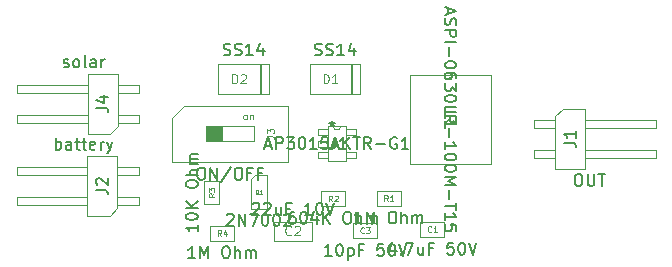
<source format=gbr>
%TF.GenerationSoftware,KiCad,Pcbnew,9.0.1*%
%TF.CreationDate,2025-08-14T16:00:01+05:30*%
%TF.ProjectId,TinySolarSupply,54696e79-536f-46c6-9172-537570706c79,rev?*%
%TF.SameCoordinates,Original*%
%TF.FileFunction,AssemblyDrawing,Top*%
%FSLAX46Y46*%
G04 Gerber Fmt 4.6, Leading zero omitted, Abs format (unit mm)*
G04 Created by KiCad (PCBNEW 9.0.1) date 2025-08-14 16:00:01*
%MOMM*%
%LPD*%
G01*
G04 APERTURE LIST*
%ADD10C,0.150000*%
%ADD11C,0.080000*%
%ADD12C,0.075000*%
%ADD13C,0.090000*%
%ADD14C,0.120000*%
%ADD15C,0.050000*%
%ADD16C,0.100000*%
%ADD17C,0.025400*%
G04 APERTURE END LIST*
D10*
X106780219Y-114702885D02*
X106780219Y-115274313D01*
X106780219Y-114988599D02*
X105780219Y-114988599D01*
X105780219Y-114988599D02*
X105923076Y-115083837D01*
X105923076Y-115083837D02*
X106018314Y-115179075D01*
X106018314Y-115179075D02*
X106065933Y-115274313D01*
X105780219Y-114083837D02*
X105780219Y-113988599D01*
X105780219Y-113988599D02*
X105827838Y-113893361D01*
X105827838Y-113893361D02*
X105875457Y-113845742D01*
X105875457Y-113845742D02*
X105970695Y-113798123D01*
X105970695Y-113798123D02*
X106161171Y-113750504D01*
X106161171Y-113750504D02*
X106399266Y-113750504D01*
X106399266Y-113750504D02*
X106589742Y-113798123D01*
X106589742Y-113798123D02*
X106684980Y-113845742D01*
X106684980Y-113845742D02*
X106732600Y-113893361D01*
X106732600Y-113893361D02*
X106780219Y-113988599D01*
X106780219Y-113988599D02*
X106780219Y-114083837D01*
X106780219Y-114083837D02*
X106732600Y-114179075D01*
X106732600Y-114179075D02*
X106684980Y-114226694D01*
X106684980Y-114226694D02*
X106589742Y-114274313D01*
X106589742Y-114274313D02*
X106399266Y-114321932D01*
X106399266Y-114321932D02*
X106161171Y-114321932D01*
X106161171Y-114321932D02*
X105970695Y-114274313D01*
X105970695Y-114274313D02*
X105875457Y-114226694D01*
X105875457Y-114226694D02*
X105827838Y-114179075D01*
X105827838Y-114179075D02*
X105780219Y-114083837D01*
X106780219Y-113321932D02*
X105780219Y-113321932D01*
X106780219Y-112750504D02*
X106208790Y-113179075D01*
X105780219Y-112750504D02*
X106351647Y-113321932D01*
X105780219Y-111369551D02*
X105780219Y-111179075D01*
X105780219Y-111179075D02*
X105827838Y-111083837D01*
X105827838Y-111083837D02*
X105923076Y-110988599D01*
X105923076Y-110988599D02*
X106113552Y-110940980D01*
X106113552Y-110940980D02*
X106446885Y-110940980D01*
X106446885Y-110940980D02*
X106637361Y-110988599D01*
X106637361Y-110988599D02*
X106732600Y-111083837D01*
X106732600Y-111083837D02*
X106780219Y-111179075D01*
X106780219Y-111179075D02*
X106780219Y-111369551D01*
X106780219Y-111369551D02*
X106732600Y-111464789D01*
X106732600Y-111464789D02*
X106637361Y-111560027D01*
X106637361Y-111560027D02*
X106446885Y-111607646D01*
X106446885Y-111607646D02*
X106113552Y-111607646D01*
X106113552Y-111607646D02*
X105923076Y-111560027D01*
X105923076Y-111560027D02*
X105827838Y-111464789D01*
X105827838Y-111464789D02*
X105780219Y-111369551D01*
X106780219Y-110512408D02*
X105780219Y-110512408D01*
X106780219Y-110083837D02*
X106256409Y-110083837D01*
X106256409Y-110083837D02*
X106161171Y-110131456D01*
X106161171Y-110131456D02*
X106113552Y-110226694D01*
X106113552Y-110226694D02*
X106113552Y-110369551D01*
X106113552Y-110369551D02*
X106161171Y-110464789D01*
X106161171Y-110464789D02*
X106208790Y-110512408D01*
X106780219Y-109607646D02*
X106113552Y-109607646D01*
X106208790Y-109607646D02*
X106161171Y-109560027D01*
X106161171Y-109560027D02*
X106113552Y-109464789D01*
X106113552Y-109464789D02*
X106113552Y-109321932D01*
X106113552Y-109321932D02*
X106161171Y-109226694D01*
X106161171Y-109226694D02*
X106256409Y-109179075D01*
X106256409Y-109179075D02*
X106780219Y-109179075D01*
X106256409Y-109179075D02*
X106161171Y-109131456D01*
X106161171Y-109131456D02*
X106113552Y-109036218D01*
X106113552Y-109036218D02*
X106113552Y-108893361D01*
X106113552Y-108893361D02*
X106161171Y-108798122D01*
X106161171Y-108798122D02*
X106256409Y-108750503D01*
X106256409Y-108750503D02*
X106780219Y-108750503D01*
D11*
X108202549Y-112071933D02*
X107964454Y-112238599D01*
X108202549Y-112357647D02*
X107702549Y-112357647D01*
X107702549Y-112357647D02*
X107702549Y-112167171D01*
X107702549Y-112167171D02*
X107726359Y-112119552D01*
X107726359Y-112119552D02*
X107750168Y-112095742D01*
X107750168Y-112095742D02*
X107797787Y-112071933D01*
X107797787Y-112071933D02*
X107869216Y-112071933D01*
X107869216Y-112071933D02*
X107916835Y-112095742D01*
X107916835Y-112095742D02*
X107940644Y-112119552D01*
X107940644Y-112119552D02*
X107964454Y-112167171D01*
X107964454Y-112167171D02*
X107964454Y-112357647D01*
X107702549Y-111905266D02*
X107702549Y-111595742D01*
X107702549Y-111595742D02*
X107893025Y-111762409D01*
X107893025Y-111762409D02*
X107893025Y-111690980D01*
X107893025Y-111690980D02*
X107916835Y-111643361D01*
X107916835Y-111643361D02*
X107940644Y-111619552D01*
X107940644Y-111619552D02*
X107988263Y-111595742D01*
X107988263Y-111595742D02*
X108107311Y-111595742D01*
X108107311Y-111595742D02*
X108154930Y-111619552D01*
X108154930Y-111619552D02*
X108178740Y-111643361D01*
X108178740Y-111643361D02*
X108202549Y-111690980D01*
X108202549Y-111690980D02*
X108202549Y-111833837D01*
X108202549Y-111833837D02*
X108178740Y-111881456D01*
X108178740Y-111881456D02*
X108154930Y-111905266D01*
D10*
X116700514Y-100332100D02*
X116843371Y-100379719D01*
X116843371Y-100379719D02*
X117081466Y-100379719D01*
X117081466Y-100379719D02*
X117176704Y-100332100D01*
X117176704Y-100332100D02*
X117224323Y-100284480D01*
X117224323Y-100284480D02*
X117271942Y-100189242D01*
X117271942Y-100189242D02*
X117271942Y-100094004D01*
X117271942Y-100094004D02*
X117224323Y-99998766D01*
X117224323Y-99998766D02*
X117176704Y-99951147D01*
X117176704Y-99951147D02*
X117081466Y-99903528D01*
X117081466Y-99903528D02*
X116890990Y-99855909D01*
X116890990Y-99855909D02*
X116795752Y-99808290D01*
X116795752Y-99808290D02*
X116748133Y-99760671D01*
X116748133Y-99760671D02*
X116700514Y-99665433D01*
X116700514Y-99665433D02*
X116700514Y-99570195D01*
X116700514Y-99570195D02*
X116748133Y-99474957D01*
X116748133Y-99474957D02*
X116795752Y-99427338D01*
X116795752Y-99427338D02*
X116890990Y-99379719D01*
X116890990Y-99379719D02*
X117129085Y-99379719D01*
X117129085Y-99379719D02*
X117271942Y-99427338D01*
X117652895Y-100332100D02*
X117795752Y-100379719D01*
X117795752Y-100379719D02*
X118033847Y-100379719D01*
X118033847Y-100379719D02*
X118129085Y-100332100D01*
X118129085Y-100332100D02*
X118176704Y-100284480D01*
X118176704Y-100284480D02*
X118224323Y-100189242D01*
X118224323Y-100189242D02*
X118224323Y-100094004D01*
X118224323Y-100094004D02*
X118176704Y-99998766D01*
X118176704Y-99998766D02*
X118129085Y-99951147D01*
X118129085Y-99951147D02*
X118033847Y-99903528D01*
X118033847Y-99903528D02*
X117843371Y-99855909D01*
X117843371Y-99855909D02*
X117748133Y-99808290D01*
X117748133Y-99808290D02*
X117700514Y-99760671D01*
X117700514Y-99760671D02*
X117652895Y-99665433D01*
X117652895Y-99665433D02*
X117652895Y-99570195D01*
X117652895Y-99570195D02*
X117700514Y-99474957D01*
X117700514Y-99474957D02*
X117748133Y-99427338D01*
X117748133Y-99427338D02*
X117843371Y-99379719D01*
X117843371Y-99379719D02*
X118081466Y-99379719D01*
X118081466Y-99379719D02*
X118224323Y-99427338D01*
X119176704Y-100379719D02*
X118605276Y-100379719D01*
X118890990Y-100379719D02*
X118890990Y-99379719D01*
X118890990Y-99379719D02*
X118795752Y-99522576D01*
X118795752Y-99522576D02*
X118700514Y-99617814D01*
X118700514Y-99617814D02*
X118605276Y-99665433D01*
X120033847Y-99713052D02*
X120033847Y-100379719D01*
X119795752Y-99332100D02*
X119557657Y-100046385D01*
X119557657Y-100046385D02*
X120176704Y-100046385D01*
D12*
X117452288Y-102717964D02*
X117452288Y-101967964D01*
X117452288Y-101967964D02*
X117630859Y-101967964D01*
X117630859Y-101967964D02*
X117738002Y-102003678D01*
X117738002Y-102003678D02*
X117809431Y-102075107D01*
X117809431Y-102075107D02*
X117845145Y-102146535D01*
X117845145Y-102146535D02*
X117880859Y-102289392D01*
X117880859Y-102289392D02*
X117880859Y-102396535D01*
X117880859Y-102396535D02*
X117845145Y-102539392D01*
X117845145Y-102539392D02*
X117809431Y-102610821D01*
X117809431Y-102610821D02*
X117738002Y-102682250D01*
X117738002Y-102682250D02*
X117630859Y-102717964D01*
X117630859Y-102717964D02*
X117452288Y-102717964D01*
X118595145Y-102717964D02*
X118166574Y-102717964D01*
X118380859Y-102717964D02*
X118380859Y-101967964D01*
X118380859Y-101967964D02*
X118309431Y-102075107D01*
X118309431Y-102075107D02*
X118238002Y-102146535D01*
X118238002Y-102146535D02*
X118166574Y-102182250D01*
D10*
X94747056Y-108349619D02*
X94747056Y-107349619D01*
X94747056Y-107730571D02*
X94842294Y-107682952D01*
X94842294Y-107682952D02*
X95032770Y-107682952D01*
X95032770Y-107682952D02*
X95128008Y-107730571D01*
X95128008Y-107730571D02*
X95175627Y-107778190D01*
X95175627Y-107778190D02*
X95223246Y-107873428D01*
X95223246Y-107873428D02*
X95223246Y-108159142D01*
X95223246Y-108159142D02*
X95175627Y-108254380D01*
X95175627Y-108254380D02*
X95128008Y-108302000D01*
X95128008Y-108302000D02*
X95032770Y-108349619D01*
X95032770Y-108349619D02*
X94842294Y-108349619D01*
X94842294Y-108349619D02*
X94747056Y-108302000D01*
X96080389Y-108349619D02*
X96080389Y-107825809D01*
X96080389Y-107825809D02*
X96032770Y-107730571D01*
X96032770Y-107730571D02*
X95937532Y-107682952D01*
X95937532Y-107682952D02*
X95747056Y-107682952D01*
X95747056Y-107682952D02*
X95651818Y-107730571D01*
X96080389Y-108302000D02*
X95985151Y-108349619D01*
X95985151Y-108349619D02*
X95747056Y-108349619D01*
X95747056Y-108349619D02*
X95651818Y-108302000D01*
X95651818Y-108302000D02*
X95604199Y-108206761D01*
X95604199Y-108206761D02*
X95604199Y-108111523D01*
X95604199Y-108111523D02*
X95651818Y-108016285D01*
X95651818Y-108016285D02*
X95747056Y-107968666D01*
X95747056Y-107968666D02*
X95985151Y-107968666D01*
X95985151Y-107968666D02*
X96080389Y-107921047D01*
X96413723Y-107682952D02*
X96794675Y-107682952D01*
X96556580Y-107349619D02*
X96556580Y-108206761D01*
X96556580Y-108206761D02*
X96604199Y-108302000D01*
X96604199Y-108302000D02*
X96699437Y-108349619D01*
X96699437Y-108349619D02*
X96794675Y-108349619D01*
X96985152Y-107682952D02*
X97366104Y-107682952D01*
X97128009Y-107349619D02*
X97128009Y-108206761D01*
X97128009Y-108206761D02*
X97175628Y-108302000D01*
X97175628Y-108302000D02*
X97270866Y-108349619D01*
X97270866Y-108349619D02*
X97366104Y-108349619D01*
X98080390Y-108302000D02*
X97985152Y-108349619D01*
X97985152Y-108349619D02*
X97794676Y-108349619D01*
X97794676Y-108349619D02*
X97699438Y-108302000D01*
X97699438Y-108302000D02*
X97651819Y-108206761D01*
X97651819Y-108206761D02*
X97651819Y-107825809D01*
X97651819Y-107825809D02*
X97699438Y-107730571D01*
X97699438Y-107730571D02*
X97794676Y-107682952D01*
X97794676Y-107682952D02*
X97985152Y-107682952D01*
X97985152Y-107682952D02*
X98080390Y-107730571D01*
X98080390Y-107730571D02*
X98128009Y-107825809D01*
X98128009Y-107825809D02*
X98128009Y-107921047D01*
X98128009Y-107921047D02*
X97651819Y-108016285D01*
X98556581Y-108349619D02*
X98556581Y-107682952D01*
X98556581Y-107873428D02*
X98604200Y-107778190D01*
X98604200Y-107778190D02*
X98651819Y-107730571D01*
X98651819Y-107730571D02*
X98747057Y-107682952D01*
X98747057Y-107682952D02*
X98842295Y-107682952D01*
X99080391Y-107682952D02*
X99318486Y-108349619D01*
X99556581Y-107682952D02*
X99318486Y-108349619D01*
X99318486Y-108349619D02*
X99223248Y-108587714D01*
X99223248Y-108587714D02*
X99175629Y-108635333D01*
X99175629Y-108635333D02*
X99080391Y-108682952D01*
X98174019Y-111768133D02*
X98888304Y-111768133D01*
X98888304Y-111768133D02*
X99031161Y-111815752D01*
X99031161Y-111815752D02*
X99126400Y-111910990D01*
X99126400Y-111910990D02*
X99174019Y-112053847D01*
X99174019Y-112053847D02*
X99174019Y-112149085D01*
X98269257Y-111339561D02*
X98221638Y-111291942D01*
X98221638Y-111291942D02*
X98174019Y-111196704D01*
X98174019Y-111196704D02*
X98174019Y-110958609D01*
X98174019Y-110958609D02*
X98221638Y-110863371D01*
X98221638Y-110863371D02*
X98269257Y-110815752D01*
X98269257Y-110815752D02*
X98364495Y-110768133D01*
X98364495Y-110768133D02*
X98459733Y-110768133D01*
X98459733Y-110768133D02*
X98602590Y-110815752D01*
X98602590Y-110815752D02*
X99174019Y-111387180D01*
X99174019Y-111387180D02*
X99174019Y-110768133D01*
X112519581Y-108017504D02*
X112995771Y-108017504D01*
X112424343Y-108303219D02*
X112757676Y-107303219D01*
X112757676Y-107303219D02*
X113091009Y-108303219D01*
X113424343Y-108303219D02*
X113424343Y-107303219D01*
X113424343Y-107303219D02*
X113805295Y-107303219D01*
X113805295Y-107303219D02*
X113900533Y-107350838D01*
X113900533Y-107350838D02*
X113948152Y-107398457D01*
X113948152Y-107398457D02*
X113995771Y-107493695D01*
X113995771Y-107493695D02*
X113995771Y-107636552D01*
X113995771Y-107636552D02*
X113948152Y-107731790D01*
X113948152Y-107731790D02*
X113900533Y-107779409D01*
X113900533Y-107779409D02*
X113805295Y-107827028D01*
X113805295Y-107827028D02*
X113424343Y-107827028D01*
X114329105Y-107303219D02*
X114948152Y-107303219D01*
X114948152Y-107303219D02*
X114614819Y-107684171D01*
X114614819Y-107684171D02*
X114757676Y-107684171D01*
X114757676Y-107684171D02*
X114852914Y-107731790D01*
X114852914Y-107731790D02*
X114900533Y-107779409D01*
X114900533Y-107779409D02*
X114948152Y-107874647D01*
X114948152Y-107874647D02*
X114948152Y-108112742D01*
X114948152Y-108112742D02*
X114900533Y-108207980D01*
X114900533Y-108207980D02*
X114852914Y-108255600D01*
X114852914Y-108255600D02*
X114757676Y-108303219D01*
X114757676Y-108303219D02*
X114471962Y-108303219D01*
X114471962Y-108303219D02*
X114376724Y-108255600D01*
X114376724Y-108255600D02*
X114329105Y-108207980D01*
X115567200Y-107303219D02*
X115662438Y-107303219D01*
X115662438Y-107303219D02*
X115757676Y-107350838D01*
X115757676Y-107350838D02*
X115805295Y-107398457D01*
X115805295Y-107398457D02*
X115852914Y-107493695D01*
X115852914Y-107493695D02*
X115900533Y-107684171D01*
X115900533Y-107684171D02*
X115900533Y-107922266D01*
X115900533Y-107922266D02*
X115852914Y-108112742D01*
X115852914Y-108112742D02*
X115805295Y-108207980D01*
X115805295Y-108207980D02*
X115757676Y-108255600D01*
X115757676Y-108255600D02*
X115662438Y-108303219D01*
X115662438Y-108303219D02*
X115567200Y-108303219D01*
X115567200Y-108303219D02*
X115471962Y-108255600D01*
X115471962Y-108255600D02*
X115424343Y-108207980D01*
X115424343Y-108207980D02*
X115376724Y-108112742D01*
X115376724Y-108112742D02*
X115329105Y-107922266D01*
X115329105Y-107922266D02*
X115329105Y-107684171D01*
X115329105Y-107684171D02*
X115376724Y-107493695D01*
X115376724Y-107493695D02*
X115424343Y-107398457D01*
X115424343Y-107398457D02*
X115471962Y-107350838D01*
X115471962Y-107350838D02*
X115567200Y-107303219D01*
X116852914Y-108303219D02*
X116281486Y-108303219D01*
X116567200Y-108303219D02*
X116567200Y-107303219D01*
X116567200Y-107303219D02*
X116471962Y-107446076D01*
X116471962Y-107446076D02*
X116376724Y-107541314D01*
X116376724Y-107541314D02*
X116281486Y-107588933D01*
X117757676Y-107303219D02*
X117281486Y-107303219D01*
X117281486Y-107303219D02*
X117233867Y-107779409D01*
X117233867Y-107779409D02*
X117281486Y-107731790D01*
X117281486Y-107731790D02*
X117376724Y-107684171D01*
X117376724Y-107684171D02*
X117614819Y-107684171D01*
X117614819Y-107684171D02*
X117710057Y-107731790D01*
X117710057Y-107731790D02*
X117757676Y-107779409D01*
X117757676Y-107779409D02*
X117805295Y-107874647D01*
X117805295Y-107874647D02*
X117805295Y-108112742D01*
X117805295Y-108112742D02*
X117757676Y-108207980D01*
X117757676Y-108207980D02*
X117710057Y-108255600D01*
X117710057Y-108255600D02*
X117614819Y-108303219D01*
X117614819Y-108303219D02*
X117376724Y-108303219D01*
X117376724Y-108303219D02*
X117281486Y-108255600D01*
X117281486Y-108255600D02*
X117233867Y-108207980D01*
X118186248Y-108017504D02*
X118662438Y-108017504D01*
X118091010Y-108303219D02*
X118424343Y-107303219D01*
X118424343Y-107303219D02*
X118757676Y-108303219D01*
X119091010Y-108303219D02*
X119091010Y-107303219D01*
X119662438Y-108303219D02*
X119233867Y-107731790D01*
X119662438Y-107303219D02*
X119091010Y-107874647D01*
X119948153Y-107303219D02*
X120519581Y-107303219D01*
X120233867Y-108303219D02*
X120233867Y-107303219D01*
X121424343Y-108303219D02*
X121091010Y-107827028D01*
X120852915Y-108303219D02*
X120852915Y-107303219D01*
X120852915Y-107303219D02*
X121233867Y-107303219D01*
X121233867Y-107303219D02*
X121329105Y-107350838D01*
X121329105Y-107350838D02*
X121376724Y-107398457D01*
X121376724Y-107398457D02*
X121424343Y-107493695D01*
X121424343Y-107493695D02*
X121424343Y-107636552D01*
X121424343Y-107636552D02*
X121376724Y-107731790D01*
X121376724Y-107731790D02*
X121329105Y-107779409D01*
X121329105Y-107779409D02*
X121233867Y-107827028D01*
X121233867Y-107827028D02*
X120852915Y-107827028D01*
X121852915Y-107922266D02*
X122614820Y-107922266D01*
X123614819Y-107350838D02*
X123519581Y-107303219D01*
X123519581Y-107303219D02*
X123376724Y-107303219D01*
X123376724Y-107303219D02*
X123233867Y-107350838D01*
X123233867Y-107350838D02*
X123138629Y-107446076D01*
X123138629Y-107446076D02*
X123091010Y-107541314D01*
X123091010Y-107541314D02*
X123043391Y-107731790D01*
X123043391Y-107731790D02*
X123043391Y-107874647D01*
X123043391Y-107874647D02*
X123091010Y-108065123D01*
X123091010Y-108065123D02*
X123138629Y-108160361D01*
X123138629Y-108160361D02*
X123233867Y-108255600D01*
X123233867Y-108255600D02*
X123376724Y-108303219D01*
X123376724Y-108303219D02*
X123471962Y-108303219D01*
X123471962Y-108303219D02*
X123614819Y-108255600D01*
X123614819Y-108255600D02*
X123662438Y-108207980D01*
X123662438Y-108207980D02*
X123662438Y-107874647D01*
X123662438Y-107874647D02*
X123471962Y-107874647D01*
X124614819Y-108303219D02*
X124043391Y-108303219D01*
X124329105Y-108303219D02*
X124329105Y-107303219D01*
X124329105Y-107303219D02*
X124233867Y-107446076D01*
X124233867Y-107446076D02*
X124138629Y-107541314D01*
X124138629Y-107541314D02*
X124043391Y-107588933D01*
X117805295Y-107303219D02*
X117805295Y-108112742D01*
X117805295Y-108112742D02*
X117852914Y-108207980D01*
X117852914Y-108207980D02*
X117900533Y-108255600D01*
X117900533Y-108255600D02*
X117995771Y-108303219D01*
X117995771Y-108303219D02*
X118186247Y-108303219D01*
X118186247Y-108303219D02*
X118281485Y-108255600D01*
X118281485Y-108255600D02*
X118329104Y-108207980D01*
X118329104Y-108207980D02*
X118376723Y-108112742D01*
X118376723Y-108112742D02*
X118376723Y-107303219D01*
X119376723Y-108303219D02*
X118805295Y-108303219D01*
X119091009Y-108303219D02*
X119091009Y-107303219D01*
X119091009Y-107303219D02*
X118995771Y-107446076D01*
X118995771Y-107446076D02*
X118900533Y-107541314D01*
X118900533Y-107541314D02*
X118805295Y-107588933D01*
X118173500Y-105931619D02*
X118173500Y-106169714D01*
X117935405Y-106074476D02*
X118173500Y-106169714D01*
X118173500Y-106169714D02*
X118411595Y-106074476D01*
X118030643Y-106360190D02*
X118173500Y-106169714D01*
X118173500Y-106169714D02*
X118316357Y-106360190D01*
X118173500Y-105931619D02*
X118173500Y-106169714D01*
X117935405Y-106074476D02*
X118173500Y-106169714D01*
X118173500Y-106169714D02*
X118411595Y-106074476D01*
X118030643Y-106360190D02*
X118173500Y-106169714D01*
X118173500Y-106169714D02*
X118316357Y-106360190D01*
X138928600Y-110431819D02*
X139119076Y-110431819D01*
X139119076Y-110431819D02*
X139214314Y-110479438D01*
X139214314Y-110479438D02*
X139309552Y-110574676D01*
X139309552Y-110574676D02*
X139357171Y-110765152D01*
X139357171Y-110765152D02*
X139357171Y-111098485D01*
X139357171Y-111098485D02*
X139309552Y-111288961D01*
X139309552Y-111288961D02*
X139214314Y-111384200D01*
X139214314Y-111384200D02*
X139119076Y-111431819D01*
X139119076Y-111431819D02*
X138928600Y-111431819D01*
X138928600Y-111431819D02*
X138833362Y-111384200D01*
X138833362Y-111384200D02*
X138738124Y-111288961D01*
X138738124Y-111288961D02*
X138690505Y-111098485D01*
X138690505Y-111098485D02*
X138690505Y-110765152D01*
X138690505Y-110765152D02*
X138738124Y-110574676D01*
X138738124Y-110574676D02*
X138833362Y-110479438D01*
X138833362Y-110479438D02*
X138928600Y-110431819D01*
X139785743Y-110431819D02*
X139785743Y-111241342D01*
X139785743Y-111241342D02*
X139833362Y-111336580D01*
X139833362Y-111336580D02*
X139880981Y-111384200D01*
X139880981Y-111384200D02*
X139976219Y-111431819D01*
X139976219Y-111431819D02*
X140166695Y-111431819D01*
X140166695Y-111431819D02*
X140261933Y-111384200D01*
X140261933Y-111384200D02*
X140309552Y-111336580D01*
X140309552Y-111336580D02*
X140357171Y-111241342D01*
X140357171Y-111241342D02*
X140357171Y-110431819D01*
X140690505Y-110431819D02*
X141261933Y-110431819D01*
X140976219Y-111431819D02*
X140976219Y-110431819D01*
X137768419Y-107770333D02*
X138482704Y-107770333D01*
X138482704Y-107770333D02*
X138625561Y-107817952D01*
X138625561Y-107817952D02*
X138720800Y-107913190D01*
X138720800Y-107913190D02*
X138768419Y-108056047D01*
X138768419Y-108056047D02*
X138768419Y-108151285D01*
X138768419Y-106770333D02*
X138768419Y-107341761D01*
X138768419Y-107056047D02*
X137768419Y-107056047D01*
X137768419Y-107056047D02*
X137911276Y-107151285D01*
X137911276Y-107151285D02*
X138006514Y-107246523D01*
X138006514Y-107246523D02*
X138054133Y-107341761D01*
X106554876Y-117544619D02*
X105983448Y-117544619D01*
X106269162Y-117544619D02*
X106269162Y-116544619D01*
X106269162Y-116544619D02*
X106173924Y-116687476D01*
X106173924Y-116687476D02*
X106078686Y-116782714D01*
X106078686Y-116782714D02*
X105983448Y-116830333D01*
X106983448Y-117544619D02*
X106983448Y-116544619D01*
X106983448Y-116544619D02*
X107316781Y-117258904D01*
X107316781Y-117258904D02*
X107650114Y-116544619D01*
X107650114Y-116544619D02*
X107650114Y-117544619D01*
X109078686Y-116544619D02*
X109269162Y-116544619D01*
X109269162Y-116544619D02*
X109364400Y-116592238D01*
X109364400Y-116592238D02*
X109459638Y-116687476D01*
X109459638Y-116687476D02*
X109507257Y-116877952D01*
X109507257Y-116877952D02*
X109507257Y-117211285D01*
X109507257Y-117211285D02*
X109459638Y-117401761D01*
X109459638Y-117401761D02*
X109364400Y-117497000D01*
X109364400Y-117497000D02*
X109269162Y-117544619D01*
X109269162Y-117544619D02*
X109078686Y-117544619D01*
X109078686Y-117544619D02*
X108983448Y-117497000D01*
X108983448Y-117497000D02*
X108888210Y-117401761D01*
X108888210Y-117401761D02*
X108840591Y-117211285D01*
X108840591Y-117211285D02*
X108840591Y-116877952D01*
X108840591Y-116877952D02*
X108888210Y-116687476D01*
X108888210Y-116687476D02*
X108983448Y-116592238D01*
X108983448Y-116592238D02*
X109078686Y-116544619D01*
X109935829Y-117544619D02*
X109935829Y-116544619D01*
X110364400Y-117544619D02*
X110364400Y-117020809D01*
X110364400Y-117020809D02*
X110316781Y-116925571D01*
X110316781Y-116925571D02*
X110221543Y-116877952D01*
X110221543Y-116877952D02*
X110078686Y-116877952D01*
X110078686Y-116877952D02*
X109983448Y-116925571D01*
X109983448Y-116925571D02*
X109935829Y-116973190D01*
X110840591Y-117544619D02*
X110840591Y-116877952D01*
X110840591Y-116973190D02*
X110888210Y-116925571D01*
X110888210Y-116925571D02*
X110983448Y-116877952D01*
X110983448Y-116877952D02*
X111126305Y-116877952D01*
X111126305Y-116877952D02*
X111221543Y-116925571D01*
X111221543Y-116925571D02*
X111269162Y-117020809D01*
X111269162Y-117020809D02*
X111269162Y-117544619D01*
X111269162Y-117020809D02*
X111316781Y-116925571D01*
X111316781Y-116925571D02*
X111412019Y-116877952D01*
X111412019Y-116877952D02*
X111554876Y-116877952D01*
X111554876Y-116877952D02*
X111650115Y-116925571D01*
X111650115Y-116925571D02*
X111697734Y-117020809D01*
X111697734Y-117020809D02*
X111697734Y-117544619D01*
D11*
X108781066Y-115666949D02*
X108614400Y-115428854D01*
X108495352Y-115666949D02*
X108495352Y-115166949D01*
X108495352Y-115166949D02*
X108685828Y-115166949D01*
X108685828Y-115166949D02*
X108733447Y-115190759D01*
X108733447Y-115190759D02*
X108757257Y-115214568D01*
X108757257Y-115214568D02*
X108781066Y-115262187D01*
X108781066Y-115262187D02*
X108781066Y-115333616D01*
X108781066Y-115333616D02*
X108757257Y-115381235D01*
X108757257Y-115381235D02*
X108733447Y-115405044D01*
X108733447Y-115405044D02*
X108685828Y-115428854D01*
X108685828Y-115428854D02*
X108495352Y-115428854D01*
X109209638Y-115333616D02*
X109209638Y-115666949D01*
X109090590Y-115143140D02*
X108971543Y-115500282D01*
X108971543Y-115500282D02*
X109281066Y-115500282D01*
D10*
X108970114Y-100332100D02*
X109112971Y-100379719D01*
X109112971Y-100379719D02*
X109351066Y-100379719D01*
X109351066Y-100379719D02*
X109446304Y-100332100D01*
X109446304Y-100332100D02*
X109493923Y-100284480D01*
X109493923Y-100284480D02*
X109541542Y-100189242D01*
X109541542Y-100189242D02*
X109541542Y-100094004D01*
X109541542Y-100094004D02*
X109493923Y-99998766D01*
X109493923Y-99998766D02*
X109446304Y-99951147D01*
X109446304Y-99951147D02*
X109351066Y-99903528D01*
X109351066Y-99903528D02*
X109160590Y-99855909D01*
X109160590Y-99855909D02*
X109065352Y-99808290D01*
X109065352Y-99808290D02*
X109017733Y-99760671D01*
X109017733Y-99760671D02*
X108970114Y-99665433D01*
X108970114Y-99665433D02*
X108970114Y-99570195D01*
X108970114Y-99570195D02*
X109017733Y-99474957D01*
X109017733Y-99474957D02*
X109065352Y-99427338D01*
X109065352Y-99427338D02*
X109160590Y-99379719D01*
X109160590Y-99379719D02*
X109398685Y-99379719D01*
X109398685Y-99379719D02*
X109541542Y-99427338D01*
X109922495Y-100332100D02*
X110065352Y-100379719D01*
X110065352Y-100379719D02*
X110303447Y-100379719D01*
X110303447Y-100379719D02*
X110398685Y-100332100D01*
X110398685Y-100332100D02*
X110446304Y-100284480D01*
X110446304Y-100284480D02*
X110493923Y-100189242D01*
X110493923Y-100189242D02*
X110493923Y-100094004D01*
X110493923Y-100094004D02*
X110446304Y-99998766D01*
X110446304Y-99998766D02*
X110398685Y-99951147D01*
X110398685Y-99951147D02*
X110303447Y-99903528D01*
X110303447Y-99903528D02*
X110112971Y-99855909D01*
X110112971Y-99855909D02*
X110017733Y-99808290D01*
X110017733Y-99808290D02*
X109970114Y-99760671D01*
X109970114Y-99760671D02*
X109922495Y-99665433D01*
X109922495Y-99665433D02*
X109922495Y-99570195D01*
X109922495Y-99570195D02*
X109970114Y-99474957D01*
X109970114Y-99474957D02*
X110017733Y-99427338D01*
X110017733Y-99427338D02*
X110112971Y-99379719D01*
X110112971Y-99379719D02*
X110351066Y-99379719D01*
X110351066Y-99379719D02*
X110493923Y-99427338D01*
X111446304Y-100379719D02*
X110874876Y-100379719D01*
X111160590Y-100379719D02*
X111160590Y-99379719D01*
X111160590Y-99379719D02*
X111065352Y-99522576D01*
X111065352Y-99522576D02*
X110970114Y-99617814D01*
X110970114Y-99617814D02*
X110874876Y-99665433D01*
X112303447Y-99713052D02*
X112303447Y-100379719D01*
X112065352Y-99332100D02*
X111827257Y-100046385D01*
X111827257Y-100046385D02*
X112446304Y-100046385D01*
D12*
X109721888Y-102717964D02*
X109721888Y-101967964D01*
X109721888Y-101967964D02*
X109900459Y-101967964D01*
X109900459Y-101967964D02*
X110007602Y-102003678D01*
X110007602Y-102003678D02*
X110079031Y-102075107D01*
X110079031Y-102075107D02*
X110114745Y-102146535D01*
X110114745Y-102146535D02*
X110150459Y-102289392D01*
X110150459Y-102289392D02*
X110150459Y-102396535D01*
X110150459Y-102396535D02*
X110114745Y-102539392D01*
X110114745Y-102539392D02*
X110079031Y-102610821D01*
X110079031Y-102610821D02*
X110007602Y-102682250D01*
X110007602Y-102682250D02*
X109900459Y-102717964D01*
X109900459Y-102717964D02*
X109721888Y-102717964D01*
X110436174Y-102039392D02*
X110471888Y-102003678D01*
X110471888Y-102003678D02*
X110543317Y-101967964D01*
X110543317Y-101967964D02*
X110721888Y-101967964D01*
X110721888Y-101967964D02*
X110793317Y-102003678D01*
X110793317Y-102003678D02*
X110829031Y-102039392D01*
X110829031Y-102039392D02*
X110864745Y-102110821D01*
X110864745Y-102110821D02*
X110864745Y-102182250D01*
X110864745Y-102182250D02*
X110829031Y-102289392D01*
X110829031Y-102289392D02*
X110400459Y-102717964D01*
X110400459Y-102717964D02*
X110864745Y-102717964D01*
D10*
X118121466Y-117349219D02*
X117550038Y-117349219D01*
X117835752Y-117349219D02*
X117835752Y-116349219D01*
X117835752Y-116349219D02*
X117740514Y-116492076D01*
X117740514Y-116492076D02*
X117645276Y-116587314D01*
X117645276Y-116587314D02*
X117550038Y-116634933D01*
X118740514Y-116349219D02*
X118835752Y-116349219D01*
X118835752Y-116349219D02*
X118930990Y-116396838D01*
X118930990Y-116396838D02*
X118978609Y-116444457D01*
X118978609Y-116444457D02*
X119026228Y-116539695D01*
X119026228Y-116539695D02*
X119073847Y-116730171D01*
X119073847Y-116730171D02*
X119073847Y-116968266D01*
X119073847Y-116968266D02*
X119026228Y-117158742D01*
X119026228Y-117158742D02*
X118978609Y-117253980D01*
X118978609Y-117253980D02*
X118930990Y-117301600D01*
X118930990Y-117301600D02*
X118835752Y-117349219D01*
X118835752Y-117349219D02*
X118740514Y-117349219D01*
X118740514Y-117349219D02*
X118645276Y-117301600D01*
X118645276Y-117301600D02*
X118597657Y-117253980D01*
X118597657Y-117253980D02*
X118550038Y-117158742D01*
X118550038Y-117158742D02*
X118502419Y-116968266D01*
X118502419Y-116968266D02*
X118502419Y-116730171D01*
X118502419Y-116730171D02*
X118550038Y-116539695D01*
X118550038Y-116539695D02*
X118597657Y-116444457D01*
X118597657Y-116444457D02*
X118645276Y-116396838D01*
X118645276Y-116396838D02*
X118740514Y-116349219D01*
X119502419Y-116682552D02*
X119502419Y-117682552D01*
X119502419Y-116730171D02*
X119597657Y-116682552D01*
X119597657Y-116682552D02*
X119788133Y-116682552D01*
X119788133Y-116682552D02*
X119883371Y-116730171D01*
X119883371Y-116730171D02*
X119930990Y-116777790D01*
X119930990Y-116777790D02*
X119978609Y-116873028D01*
X119978609Y-116873028D02*
X119978609Y-117158742D01*
X119978609Y-117158742D02*
X119930990Y-117253980D01*
X119930990Y-117253980D02*
X119883371Y-117301600D01*
X119883371Y-117301600D02*
X119788133Y-117349219D01*
X119788133Y-117349219D02*
X119597657Y-117349219D01*
X119597657Y-117349219D02*
X119502419Y-117301600D01*
X120740514Y-116825409D02*
X120407181Y-116825409D01*
X120407181Y-117349219D02*
X120407181Y-116349219D01*
X120407181Y-116349219D02*
X120883371Y-116349219D01*
X122502419Y-116349219D02*
X122026229Y-116349219D01*
X122026229Y-116349219D02*
X121978610Y-116825409D01*
X121978610Y-116825409D02*
X122026229Y-116777790D01*
X122026229Y-116777790D02*
X122121467Y-116730171D01*
X122121467Y-116730171D02*
X122359562Y-116730171D01*
X122359562Y-116730171D02*
X122454800Y-116777790D01*
X122454800Y-116777790D02*
X122502419Y-116825409D01*
X122502419Y-116825409D02*
X122550038Y-116920647D01*
X122550038Y-116920647D02*
X122550038Y-117158742D01*
X122550038Y-117158742D02*
X122502419Y-117253980D01*
X122502419Y-117253980D02*
X122454800Y-117301600D01*
X122454800Y-117301600D02*
X122359562Y-117349219D01*
X122359562Y-117349219D02*
X122121467Y-117349219D01*
X122121467Y-117349219D02*
X122026229Y-117301600D01*
X122026229Y-117301600D02*
X121978610Y-117253980D01*
X123169086Y-116349219D02*
X123264324Y-116349219D01*
X123264324Y-116349219D02*
X123359562Y-116396838D01*
X123359562Y-116396838D02*
X123407181Y-116444457D01*
X123407181Y-116444457D02*
X123454800Y-116539695D01*
X123454800Y-116539695D02*
X123502419Y-116730171D01*
X123502419Y-116730171D02*
X123502419Y-116968266D01*
X123502419Y-116968266D02*
X123454800Y-117158742D01*
X123454800Y-117158742D02*
X123407181Y-117253980D01*
X123407181Y-117253980D02*
X123359562Y-117301600D01*
X123359562Y-117301600D02*
X123264324Y-117349219D01*
X123264324Y-117349219D02*
X123169086Y-117349219D01*
X123169086Y-117349219D02*
X123073848Y-117301600D01*
X123073848Y-117301600D02*
X123026229Y-117253980D01*
X123026229Y-117253980D02*
X122978610Y-117158742D01*
X122978610Y-117158742D02*
X122930991Y-116968266D01*
X122930991Y-116968266D02*
X122930991Y-116730171D01*
X122930991Y-116730171D02*
X122978610Y-116539695D01*
X122978610Y-116539695D02*
X123026229Y-116444457D01*
X123026229Y-116444457D02*
X123073848Y-116396838D01*
X123073848Y-116396838D02*
X123169086Y-116349219D01*
X123788134Y-116349219D02*
X124121467Y-117349219D01*
X124121467Y-117349219D02*
X124454800Y-116349219D01*
D11*
X120871466Y-115393930D02*
X120847657Y-115417740D01*
X120847657Y-115417740D02*
X120776228Y-115441549D01*
X120776228Y-115441549D02*
X120728609Y-115441549D01*
X120728609Y-115441549D02*
X120657181Y-115417740D01*
X120657181Y-115417740D02*
X120609562Y-115370120D01*
X120609562Y-115370120D02*
X120585752Y-115322501D01*
X120585752Y-115322501D02*
X120561943Y-115227263D01*
X120561943Y-115227263D02*
X120561943Y-115155835D01*
X120561943Y-115155835D02*
X120585752Y-115060597D01*
X120585752Y-115060597D02*
X120609562Y-115012978D01*
X120609562Y-115012978D02*
X120657181Y-114965359D01*
X120657181Y-114965359D02*
X120728609Y-114941549D01*
X120728609Y-114941549D02*
X120776228Y-114941549D01*
X120776228Y-114941549D02*
X120847657Y-114965359D01*
X120847657Y-114965359D02*
X120871466Y-114989168D01*
X121038133Y-114941549D02*
X121347657Y-114941549D01*
X121347657Y-114941549D02*
X121180990Y-115132025D01*
X121180990Y-115132025D02*
X121252419Y-115132025D01*
X121252419Y-115132025D02*
X121300038Y-115155835D01*
X121300038Y-115155835D02*
X121323847Y-115179644D01*
X121323847Y-115179644D02*
X121347657Y-115227263D01*
X121347657Y-115227263D02*
X121347657Y-115346311D01*
X121347657Y-115346311D02*
X121323847Y-115393930D01*
X121323847Y-115393930D02*
X121300038Y-115417740D01*
X121300038Y-115417740D02*
X121252419Y-115441549D01*
X121252419Y-115441549D02*
X121109562Y-115441549D01*
X121109562Y-115441549D02*
X121061943Y-115417740D01*
X121061943Y-115417740D02*
X121038133Y-115393930D01*
D10*
X114976685Y-113626819D02*
X114786209Y-113626819D01*
X114786209Y-113626819D02*
X114690971Y-113674438D01*
X114690971Y-113674438D02*
X114643352Y-113722057D01*
X114643352Y-113722057D02*
X114548114Y-113864914D01*
X114548114Y-113864914D02*
X114500495Y-114055390D01*
X114500495Y-114055390D02*
X114500495Y-114436342D01*
X114500495Y-114436342D02*
X114548114Y-114531580D01*
X114548114Y-114531580D02*
X114595733Y-114579200D01*
X114595733Y-114579200D02*
X114690971Y-114626819D01*
X114690971Y-114626819D02*
X114881447Y-114626819D01*
X114881447Y-114626819D02*
X114976685Y-114579200D01*
X114976685Y-114579200D02*
X115024304Y-114531580D01*
X115024304Y-114531580D02*
X115071923Y-114436342D01*
X115071923Y-114436342D02*
X115071923Y-114198247D01*
X115071923Y-114198247D02*
X115024304Y-114103009D01*
X115024304Y-114103009D02*
X114976685Y-114055390D01*
X114976685Y-114055390D02*
X114881447Y-114007771D01*
X114881447Y-114007771D02*
X114690971Y-114007771D01*
X114690971Y-114007771D02*
X114595733Y-114055390D01*
X114595733Y-114055390D02*
X114548114Y-114103009D01*
X114548114Y-114103009D02*
X114500495Y-114198247D01*
X115690971Y-113626819D02*
X115786209Y-113626819D01*
X115786209Y-113626819D02*
X115881447Y-113674438D01*
X115881447Y-113674438D02*
X115929066Y-113722057D01*
X115929066Y-113722057D02*
X115976685Y-113817295D01*
X115976685Y-113817295D02*
X116024304Y-114007771D01*
X116024304Y-114007771D02*
X116024304Y-114245866D01*
X116024304Y-114245866D02*
X115976685Y-114436342D01*
X115976685Y-114436342D02*
X115929066Y-114531580D01*
X115929066Y-114531580D02*
X115881447Y-114579200D01*
X115881447Y-114579200D02*
X115786209Y-114626819D01*
X115786209Y-114626819D02*
X115690971Y-114626819D01*
X115690971Y-114626819D02*
X115595733Y-114579200D01*
X115595733Y-114579200D02*
X115548114Y-114531580D01*
X115548114Y-114531580D02*
X115500495Y-114436342D01*
X115500495Y-114436342D02*
X115452876Y-114245866D01*
X115452876Y-114245866D02*
X115452876Y-114007771D01*
X115452876Y-114007771D02*
X115500495Y-113817295D01*
X115500495Y-113817295D02*
X115548114Y-113722057D01*
X115548114Y-113722057D02*
X115595733Y-113674438D01*
X115595733Y-113674438D02*
X115690971Y-113626819D01*
X116881447Y-113960152D02*
X116881447Y-114626819D01*
X116643352Y-113579200D02*
X116405257Y-114293485D01*
X116405257Y-114293485D02*
X117024304Y-114293485D01*
X117405257Y-114626819D02*
X117405257Y-113626819D01*
X117976685Y-114626819D02*
X117548114Y-114055390D01*
X117976685Y-113626819D02*
X117405257Y-114198247D01*
X119357638Y-113626819D02*
X119548114Y-113626819D01*
X119548114Y-113626819D02*
X119643352Y-113674438D01*
X119643352Y-113674438D02*
X119738590Y-113769676D01*
X119738590Y-113769676D02*
X119786209Y-113960152D01*
X119786209Y-113960152D02*
X119786209Y-114293485D01*
X119786209Y-114293485D02*
X119738590Y-114483961D01*
X119738590Y-114483961D02*
X119643352Y-114579200D01*
X119643352Y-114579200D02*
X119548114Y-114626819D01*
X119548114Y-114626819D02*
X119357638Y-114626819D01*
X119357638Y-114626819D02*
X119262400Y-114579200D01*
X119262400Y-114579200D02*
X119167162Y-114483961D01*
X119167162Y-114483961D02*
X119119543Y-114293485D01*
X119119543Y-114293485D02*
X119119543Y-113960152D01*
X119119543Y-113960152D02*
X119167162Y-113769676D01*
X119167162Y-113769676D02*
X119262400Y-113674438D01*
X119262400Y-113674438D02*
X119357638Y-113626819D01*
X120214781Y-114626819D02*
X120214781Y-113626819D01*
X120643352Y-114626819D02*
X120643352Y-114103009D01*
X120643352Y-114103009D02*
X120595733Y-114007771D01*
X120595733Y-114007771D02*
X120500495Y-113960152D01*
X120500495Y-113960152D02*
X120357638Y-113960152D01*
X120357638Y-113960152D02*
X120262400Y-114007771D01*
X120262400Y-114007771D02*
X120214781Y-114055390D01*
X121119543Y-114626819D02*
X121119543Y-113960152D01*
X121119543Y-114055390D02*
X121167162Y-114007771D01*
X121167162Y-114007771D02*
X121262400Y-113960152D01*
X121262400Y-113960152D02*
X121405257Y-113960152D01*
X121405257Y-113960152D02*
X121500495Y-114007771D01*
X121500495Y-114007771D02*
X121548114Y-114103009D01*
X121548114Y-114103009D02*
X121548114Y-114626819D01*
X121548114Y-114103009D02*
X121595733Y-114007771D01*
X121595733Y-114007771D02*
X121690971Y-113960152D01*
X121690971Y-113960152D02*
X121833828Y-113960152D01*
X121833828Y-113960152D02*
X121929067Y-114007771D01*
X121929067Y-114007771D02*
X121976686Y-114103009D01*
X121976686Y-114103009D02*
X121976686Y-114626819D01*
D11*
X118179066Y-112749149D02*
X118012400Y-112511054D01*
X117893352Y-112749149D02*
X117893352Y-112249149D01*
X117893352Y-112249149D02*
X118083828Y-112249149D01*
X118083828Y-112249149D02*
X118131447Y-112272959D01*
X118131447Y-112272959D02*
X118155257Y-112296768D01*
X118155257Y-112296768D02*
X118179066Y-112344387D01*
X118179066Y-112344387D02*
X118179066Y-112415816D01*
X118179066Y-112415816D02*
X118155257Y-112463435D01*
X118155257Y-112463435D02*
X118131447Y-112487244D01*
X118131447Y-112487244D02*
X118083828Y-112511054D01*
X118083828Y-112511054D02*
X117893352Y-112511054D01*
X118369543Y-112296768D02*
X118393352Y-112272959D01*
X118393352Y-112272959D02*
X118440971Y-112249149D01*
X118440971Y-112249149D02*
X118560019Y-112249149D01*
X118560019Y-112249149D02*
X118607638Y-112272959D01*
X118607638Y-112272959D02*
X118631447Y-112296768D01*
X118631447Y-112296768D02*
X118655257Y-112344387D01*
X118655257Y-112344387D02*
X118655257Y-112392006D01*
X118655257Y-112392006D02*
X118631447Y-112463435D01*
X118631447Y-112463435D02*
X118345733Y-112749149D01*
X118345733Y-112749149D02*
X118655257Y-112749149D01*
D10*
X127973895Y-96364019D02*
X127973895Y-96840209D01*
X127688180Y-96268781D02*
X128688180Y-96602114D01*
X128688180Y-96602114D02*
X127688180Y-96935447D01*
X127735800Y-97221162D02*
X127688180Y-97364019D01*
X127688180Y-97364019D02*
X127688180Y-97602114D01*
X127688180Y-97602114D02*
X127735800Y-97697352D01*
X127735800Y-97697352D02*
X127783419Y-97744971D01*
X127783419Y-97744971D02*
X127878657Y-97792590D01*
X127878657Y-97792590D02*
X127973895Y-97792590D01*
X127973895Y-97792590D02*
X128069133Y-97744971D01*
X128069133Y-97744971D02*
X128116752Y-97697352D01*
X128116752Y-97697352D02*
X128164371Y-97602114D01*
X128164371Y-97602114D02*
X128211990Y-97411638D01*
X128211990Y-97411638D02*
X128259609Y-97316400D01*
X128259609Y-97316400D02*
X128307228Y-97268781D01*
X128307228Y-97268781D02*
X128402466Y-97221162D01*
X128402466Y-97221162D02*
X128497704Y-97221162D01*
X128497704Y-97221162D02*
X128592942Y-97268781D01*
X128592942Y-97268781D02*
X128640561Y-97316400D01*
X128640561Y-97316400D02*
X128688180Y-97411638D01*
X128688180Y-97411638D02*
X128688180Y-97649733D01*
X128688180Y-97649733D02*
X128640561Y-97792590D01*
X127688180Y-98221162D02*
X128688180Y-98221162D01*
X128688180Y-98221162D02*
X128688180Y-98602114D01*
X128688180Y-98602114D02*
X128640561Y-98697352D01*
X128640561Y-98697352D02*
X128592942Y-98744971D01*
X128592942Y-98744971D02*
X128497704Y-98792590D01*
X128497704Y-98792590D02*
X128354847Y-98792590D01*
X128354847Y-98792590D02*
X128259609Y-98744971D01*
X128259609Y-98744971D02*
X128211990Y-98697352D01*
X128211990Y-98697352D02*
X128164371Y-98602114D01*
X128164371Y-98602114D02*
X128164371Y-98221162D01*
X127688180Y-99221162D02*
X128688180Y-99221162D01*
X128069133Y-99697352D02*
X128069133Y-100459257D01*
X128688180Y-101125923D02*
X128688180Y-101221161D01*
X128688180Y-101221161D02*
X128640561Y-101316399D01*
X128640561Y-101316399D02*
X128592942Y-101364018D01*
X128592942Y-101364018D02*
X128497704Y-101411637D01*
X128497704Y-101411637D02*
X128307228Y-101459256D01*
X128307228Y-101459256D02*
X128069133Y-101459256D01*
X128069133Y-101459256D02*
X127878657Y-101411637D01*
X127878657Y-101411637D02*
X127783419Y-101364018D01*
X127783419Y-101364018D02*
X127735800Y-101316399D01*
X127735800Y-101316399D02*
X127688180Y-101221161D01*
X127688180Y-101221161D02*
X127688180Y-101125923D01*
X127688180Y-101125923D02*
X127735800Y-101030685D01*
X127735800Y-101030685D02*
X127783419Y-100983066D01*
X127783419Y-100983066D02*
X127878657Y-100935447D01*
X127878657Y-100935447D02*
X128069133Y-100887828D01*
X128069133Y-100887828D02*
X128307228Y-100887828D01*
X128307228Y-100887828D02*
X128497704Y-100935447D01*
X128497704Y-100935447D02*
X128592942Y-100983066D01*
X128592942Y-100983066D02*
X128640561Y-101030685D01*
X128640561Y-101030685D02*
X128688180Y-101125923D01*
X128688180Y-102316399D02*
X128688180Y-102125923D01*
X128688180Y-102125923D02*
X128640561Y-102030685D01*
X128640561Y-102030685D02*
X128592942Y-101983066D01*
X128592942Y-101983066D02*
X128450085Y-101887828D01*
X128450085Y-101887828D02*
X128259609Y-101840209D01*
X128259609Y-101840209D02*
X127878657Y-101840209D01*
X127878657Y-101840209D02*
X127783419Y-101887828D01*
X127783419Y-101887828D02*
X127735800Y-101935447D01*
X127735800Y-101935447D02*
X127688180Y-102030685D01*
X127688180Y-102030685D02*
X127688180Y-102221161D01*
X127688180Y-102221161D02*
X127735800Y-102316399D01*
X127735800Y-102316399D02*
X127783419Y-102364018D01*
X127783419Y-102364018D02*
X127878657Y-102411637D01*
X127878657Y-102411637D02*
X128116752Y-102411637D01*
X128116752Y-102411637D02*
X128211990Y-102364018D01*
X128211990Y-102364018D02*
X128259609Y-102316399D01*
X128259609Y-102316399D02*
X128307228Y-102221161D01*
X128307228Y-102221161D02*
X128307228Y-102030685D01*
X128307228Y-102030685D02*
X128259609Y-101935447D01*
X128259609Y-101935447D02*
X128211990Y-101887828D01*
X128211990Y-101887828D02*
X128116752Y-101840209D01*
X128688180Y-102744971D02*
X128688180Y-103364018D01*
X128688180Y-103364018D02*
X128307228Y-103030685D01*
X128307228Y-103030685D02*
X128307228Y-103173542D01*
X128307228Y-103173542D02*
X128259609Y-103268780D01*
X128259609Y-103268780D02*
X128211990Y-103316399D01*
X128211990Y-103316399D02*
X128116752Y-103364018D01*
X128116752Y-103364018D02*
X127878657Y-103364018D01*
X127878657Y-103364018D02*
X127783419Y-103316399D01*
X127783419Y-103316399D02*
X127735800Y-103268780D01*
X127735800Y-103268780D02*
X127688180Y-103173542D01*
X127688180Y-103173542D02*
X127688180Y-102887828D01*
X127688180Y-102887828D02*
X127735800Y-102792590D01*
X127735800Y-102792590D02*
X127783419Y-102744971D01*
X128688180Y-103983066D02*
X128688180Y-104078304D01*
X128688180Y-104078304D02*
X128640561Y-104173542D01*
X128640561Y-104173542D02*
X128592942Y-104221161D01*
X128592942Y-104221161D02*
X128497704Y-104268780D01*
X128497704Y-104268780D02*
X128307228Y-104316399D01*
X128307228Y-104316399D02*
X128069133Y-104316399D01*
X128069133Y-104316399D02*
X127878657Y-104268780D01*
X127878657Y-104268780D02*
X127783419Y-104221161D01*
X127783419Y-104221161D02*
X127735800Y-104173542D01*
X127735800Y-104173542D02*
X127688180Y-104078304D01*
X127688180Y-104078304D02*
X127688180Y-103983066D01*
X127688180Y-103983066D02*
X127735800Y-103887828D01*
X127735800Y-103887828D02*
X127783419Y-103840209D01*
X127783419Y-103840209D02*
X127878657Y-103792590D01*
X127878657Y-103792590D02*
X128069133Y-103744971D01*
X128069133Y-103744971D02*
X128307228Y-103744971D01*
X128307228Y-103744971D02*
X128497704Y-103792590D01*
X128497704Y-103792590D02*
X128592942Y-103840209D01*
X128592942Y-103840209D02*
X128640561Y-103887828D01*
X128640561Y-103887828D02*
X128688180Y-103983066D01*
X127688180Y-105221161D02*
X127688180Y-104744971D01*
X127688180Y-104744971D02*
X128688180Y-104744971D01*
X127688180Y-106125923D02*
X128164371Y-105792590D01*
X127688180Y-105554495D02*
X128688180Y-105554495D01*
X128688180Y-105554495D02*
X128688180Y-105935447D01*
X128688180Y-105935447D02*
X128640561Y-106030685D01*
X128640561Y-106030685D02*
X128592942Y-106078304D01*
X128592942Y-106078304D02*
X128497704Y-106125923D01*
X128497704Y-106125923D02*
X128354847Y-106125923D01*
X128354847Y-106125923D02*
X128259609Y-106078304D01*
X128259609Y-106078304D02*
X128211990Y-106030685D01*
X128211990Y-106030685D02*
X128164371Y-105935447D01*
X128164371Y-105935447D02*
X128164371Y-105554495D01*
X128069133Y-106554495D02*
X128069133Y-107316400D01*
X127688180Y-108316399D02*
X127688180Y-107744971D01*
X127688180Y-108030685D02*
X128688180Y-108030685D01*
X128688180Y-108030685D02*
X128545323Y-107935447D01*
X128545323Y-107935447D02*
X128450085Y-107840209D01*
X128450085Y-107840209D02*
X128402466Y-107744971D01*
X128688180Y-108935447D02*
X128688180Y-109030685D01*
X128688180Y-109030685D02*
X128640561Y-109125923D01*
X128640561Y-109125923D02*
X128592942Y-109173542D01*
X128592942Y-109173542D02*
X128497704Y-109221161D01*
X128497704Y-109221161D02*
X128307228Y-109268780D01*
X128307228Y-109268780D02*
X128069133Y-109268780D01*
X128069133Y-109268780D02*
X127878657Y-109221161D01*
X127878657Y-109221161D02*
X127783419Y-109173542D01*
X127783419Y-109173542D02*
X127735800Y-109125923D01*
X127735800Y-109125923D02*
X127688180Y-109030685D01*
X127688180Y-109030685D02*
X127688180Y-108935447D01*
X127688180Y-108935447D02*
X127735800Y-108840209D01*
X127735800Y-108840209D02*
X127783419Y-108792590D01*
X127783419Y-108792590D02*
X127878657Y-108744971D01*
X127878657Y-108744971D02*
X128069133Y-108697352D01*
X128069133Y-108697352D02*
X128307228Y-108697352D01*
X128307228Y-108697352D02*
X128497704Y-108744971D01*
X128497704Y-108744971D02*
X128592942Y-108792590D01*
X128592942Y-108792590D02*
X128640561Y-108840209D01*
X128640561Y-108840209D02*
X128688180Y-108935447D01*
X128688180Y-109887828D02*
X128688180Y-109983066D01*
X128688180Y-109983066D02*
X128640561Y-110078304D01*
X128640561Y-110078304D02*
X128592942Y-110125923D01*
X128592942Y-110125923D02*
X128497704Y-110173542D01*
X128497704Y-110173542D02*
X128307228Y-110221161D01*
X128307228Y-110221161D02*
X128069133Y-110221161D01*
X128069133Y-110221161D02*
X127878657Y-110173542D01*
X127878657Y-110173542D02*
X127783419Y-110125923D01*
X127783419Y-110125923D02*
X127735800Y-110078304D01*
X127735800Y-110078304D02*
X127688180Y-109983066D01*
X127688180Y-109983066D02*
X127688180Y-109887828D01*
X127688180Y-109887828D02*
X127735800Y-109792590D01*
X127735800Y-109792590D02*
X127783419Y-109744971D01*
X127783419Y-109744971D02*
X127878657Y-109697352D01*
X127878657Y-109697352D02*
X128069133Y-109649733D01*
X128069133Y-109649733D02*
X128307228Y-109649733D01*
X128307228Y-109649733D02*
X128497704Y-109697352D01*
X128497704Y-109697352D02*
X128592942Y-109744971D01*
X128592942Y-109744971D02*
X128640561Y-109792590D01*
X128640561Y-109792590D02*
X128688180Y-109887828D01*
X127688180Y-110649733D02*
X128688180Y-110649733D01*
X128688180Y-110649733D02*
X127973895Y-110983066D01*
X127973895Y-110983066D02*
X128688180Y-111316399D01*
X128688180Y-111316399D02*
X127688180Y-111316399D01*
X128069133Y-111792590D02*
X128069133Y-112554495D01*
X128688180Y-112887828D02*
X128688180Y-113459256D01*
X127688180Y-113173542D02*
X128688180Y-113173542D01*
X127688180Y-114316399D02*
X127688180Y-113744971D01*
X127688180Y-114030685D02*
X128688180Y-114030685D01*
X128688180Y-114030685D02*
X128545323Y-113935447D01*
X128545323Y-113935447D02*
X128450085Y-113840209D01*
X128450085Y-113840209D02*
X128402466Y-113744971D01*
X128688180Y-115221161D02*
X128688180Y-114744971D01*
X128688180Y-114744971D02*
X128211990Y-114697352D01*
X128211990Y-114697352D02*
X128259609Y-114744971D01*
X128259609Y-114744971D02*
X128307228Y-114840209D01*
X128307228Y-114840209D02*
X128307228Y-115078304D01*
X128307228Y-115078304D02*
X128259609Y-115173542D01*
X128259609Y-115173542D02*
X128211990Y-115221161D01*
X128211990Y-115221161D02*
X128116752Y-115268780D01*
X128116752Y-115268780D02*
X127878657Y-115268780D01*
X127878657Y-115268780D02*
X127783419Y-115221161D01*
X127783419Y-115221161D02*
X127735800Y-115173542D01*
X127735800Y-115173542D02*
X127688180Y-115078304D01*
X127688180Y-115078304D02*
X127688180Y-114840209D01*
X127688180Y-114840209D02*
X127735800Y-114744971D01*
X127735800Y-114744971D02*
X127783419Y-114697352D01*
X127688180Y-105649733D02*
X127688180Y-105173543D01*
X127688180Y-105173543D02*
X128688180Y-105173543D01*
X127688180Y-106506876D02*
X127688180Y-105935448D01*
X127688180Y-106221162D02*
X128688180Y-106221162D01*
X128688180Y-106221162D02*
X128545323Y-106125924D01*
X128545323Y-106125924D02*
X128450085Y-106030686D01*
X128450085Y-106030686D02*
X128402466Y-105935448D01*
X95439123Y-101342400D02*
X95534361Y-101390019D01*
X95534361Y-101390019D02*
X95724837Y-101390019D01*
X95724837Y-101390019D02*
X95820075Y-101342400D01*
X95820075Y-101342400D02*
X95867694Y-101247161D01*
X95867694Y-101247161D02*
X95867694Y-101199542D01*
X95867694Y-101199542D02*
X95820075Y-101104304D01*
X95820075Y-101104304D02*
X95724837Y-101056685D01*
X95724837Y-101056685D02*
X95581980Y-101056685D01*
X95581980Y-101056685D02*
X95486742Y-101009066D01*
X95486742Y-101009066D02*
X95439123Y-100913828D01*
X95439123Y-100913828D02*
X95439123Y-100866209D01*
X95439123Y-100866209D02*
X95486742Y-100770971D01*
X95486742Y-100770971D02*
X95581980Y-100723352D01*
X95581980Y-100723352D02*
X95724837Y-100723352D01*
X95724837Y-100723352D02*
X95820075Y-100770971D01*
X96439123Y-101390019D02*
X96343885Y-101342400D01*
X96343885Y-101342400D02*
X96296266Y-101294780D01*
X96296266Y-101294780D02*
X96248647Y-101199542D01*
X96248647Y-101199542D02*
X96248647Y-100913828D01*
X96248647Y-100913828D02*
X96296266Y-100818590D01*
X96296266Y-100818590D02*
X96343885Y-100770971D01*
X96343885Y-100770971D02*
X96439123Y-100723352D01*
X96439123Y-100723352D02*
X96581980Y-100723352D01*
X96581980Y-100723352D02*
X96677218Y-100770971D01*
X96677218Y-100770971D02*
X96724837Y-100818590D01*
X96724837Y-100818590D02*
X96772456Y-100913828D01*
X96772456Y-100913828D02*
X96772456Y-101199542D01*
X96772456Y-101199542D02*
X96724837Y-101294780D01*
X96724837Y-101294780D02*
X96677218Y-101342400D01*
X96677218Y-101342400D02*
X96581980Y-101390019D01*
X96581980Y-101390019D02*
X96439123Y-101390019D01*
X97343885Y-101390019D02*
X97248647Y-101342400D01*
X97248647Y-101342400D02*
X97201028Y-101247161D01*
X97201028Y-101247161D02*
X97201028Y-100390019D01*
X98153409Y-101390019D02*
X98153409Y-100866209D01*
X98153409Y-100866209D02*
X98105790Y-100770971D01*
X98105790Y-100770971D02*
X98010552Y-100723352D01*
X98010552Y-100723352D02*
X97820076Y-100723352D01*
X97820076Y-100723352D02*
X97724838Y-100770971D01*
X98153409Y-101342400D02*
X98058171Y-101390019D01*
X98058171Y-101390019D02*
X97820076Y-101390019D01*
X97820076Y-101390019D02*
X97724838Y-101342400D01*
X97724838Y-101342400D02*
X97677219Y-101247161D01*
X97677219Y-101247161D02*
X97677219Y-101151923D01*
X97677219Y-101151923D02*
X97724838Y-101056685D01*
X97724838Y-101056685D02*
X97820076Y-101009066D01*
X97820076Y-101009066D02*
X98058171Y-101009066D01*
X98058171Y-101009066D02*
X98153409Y-100961447D01*
X98629600Y-101390019D02*
X98629600Y-100723352D01*
X98629600Y-100913828D02*
X98677219Y-100818590D01*
X98677219Y-100818590D02*
X98724838Y-100770971D01*
X98724838Y-100770971D02*
X98820076Y-100723352D01*
X98820076Y-100723352D02*
X98915314Y-100723352D01*
X98199419Y-104808533D02*
X98913704Y-104808533D01*
X98913704Y-104808533D02*
X99056561Y-104856152D01*
X99056561Y-104856152D02*
X99151800Y-104951390D01*
X99151800Y-104951390D02*
X99199419Y-105094247D01*
X99199419Y-105094247D02*
X99199419Y-105189485D01*
X98532752Y-103903771D02*
X99199419Y-103903771D01*
X98151800Y-104141866D02*
X98866085Y-104379961D01*
X98866085Y-104379961D02*
X98866085Y-103760914D01*
X106992690Y-109897519D02*
X107183166Y-109897519D01*
X107183166Y-109897519D02*
X107278404Y-109945138D01*
X107278404Y-109945138D02*
X107373642Y-110040376D01*
X107373642Y-110040376D02*
X107421261Y-110230852D01*
X107421261Y-110230852D02*
X107421261Y-110564185D01*
X107421261Y-110564185D02*
X107373642Y-110754661D01*
X107373642Y-110754661D02*
X107278404Y-110849900D01*
X107278404Y-110849900D02*
X107183166Y-110897519D01*
X107183166Y-110897519D02*
X106992690Y-110897519D01*
X106992690Y-110897519D02*
X106897452Y-110849900D01*
X106897452Y-110849900D02*
X106802214Y-110754661D01*
X106802214Y-110754661D02*
X106754595Y-110564185D01*
X106754595Y-110564185D02*
X106754595Y-110230852D01*
X106754595Y-110230852D02*
X106802214Y-110040376D01*
X106802214Y-110040376D02*
X106897452Y-109945138D01*
X106897452Y-109945138D02*
X106992690Y-109897519D01*
X107849833Y-110897519D02*
X107849833Y-109897519D01*
X107849833Y-109897519D02*
X108421261Y-110897519D01*
X108421261Y-110897519D02*
X108421261Y-109897519D01*
X109611737Y-109849900D02*
X108754595Y-111135614D01*
X110135547Y-109897519D02*
X110326023Y-109897519D01*
X110326023Y-109897519D02*
X110421261Y-109945138D01*
X110421261Y-109945138D02*
X110516499Y-110040376D01*
X110516499Y-110040376D02*
X110564118Y-110230852D01*
X110564118Y-110230852D02*
X110564118Y-110564185D01*
X110564118Y-110564185D02*
X110516499Y-110754661D01*
X110516499Y-110754661D02*
X110421261Y-110849900D01*
X110421261Y-110849900D02*
X110326023Y-110897519D01*
X110326023Y-110897519D02*
X110135547Y-110897519D01*
X110135547Y-110897519D02*
X110040309Y-110849900D01*
X110040309Y-110849900D02*
X109945071Y-110754661D01*
X109945071Y-110754661D02*
X109897452Y-110564185D01*
X109897452Y-110564185D02*
X109897452Y-110230852D01*
X109897452Y-110230852D02*
X109945071Y-110040376D01*
X109945071Y-110040376D02*
X110040309Y-109945138D01*
X110040309Y-109945138D02*
X110135547Y-109897519D01*
X111326023Y-110373709D02*
X110992690Y-110373709D01*
X110992690Y-110897519D02*
X110992690Y-109897519D01*
X110992690Y-109897519D02*
X111468880Y-109897519D01*
X112183166Y-110373709D02*
X111849833Y-110373709D01*
X111849833Y-110897519D02*
X111849833Y-109897519D01*
X111849833Y-109897519D02*
X112326023Y-109897519D01*
D13*
X110757214Y-105798091D02*
X110700071Y-105769520D01*
X110700071Y-105769520D02*
X110671500Y-105740948D01*
X110671500Y-105740948D02*
X110642928Y-105683805D01*
X110642928Y-105683805D02*
X110642928Y-105512377D01*
X110642928Y-105512377D02*
X110671500Y-105455234D01*
X110671500Y-105455234D02*
X110700071Y-105426662D01*
X110700071Y-105426662D02*
X110757214Y-105398091D01*
X110757214Y-105398091D02*
X110842928Y-105398091D01*
X110842928Y-105398091D02*
X110900071Y-105426662D01*
X110900071Y-105426662D02*
X110928643Y-105455234D01*
X110928643Y-105455234D02*
X110957214Y-105512377D01*
X110957214Y-105512377D02*
X110957214Y-105683805D01*
X110957214Y-105683805D02*
X110928643Y-105740948D01*
X110928643Y-105740948D02*
X110900071Y-105769520D01*
X110900071Y-105769520D02*
X110842928Y-105798091D01*
X110842928Y-105798091D02*
X110757214Y-105798091D01*
X111214357Y-105398091D02*
X111214357Y-105798091D01*
X111214357Y-105455234D02*
X111242928Y-105426662D01*
X111242928Y-105426662D02*
X111300071Y-105398091D01*
X111300071Y-105398091D02*
X111385785Y-105398091D01*
X111385785Y-105398091D02*
X111442928Y-105426662D01*
X111442928Y-105426662D02*
X111471500Y-105483805D01*
X111471500Y-105483805D02*
X111471500Y-105798091D01*
X112649391Y-107222700D02*
X113077962Y-107222700D01*
X113077962Y-107222700D02*
X113163677Y-107251271D01*
X113163677Y-107251271D02*
X113220820Y-107308414D01*
X113220820Y-107308414D02*
X113249391Y-107394128D01*
X113249391Y-107394128D02*
X113249391Y-107451271D01*
X112649391Y-106994128D02*
X112649391Y-106622700D01*
X112649391Y-106622700D02*
X112877962Y-106822700D01*
X112877962Y-106822700D02*
X112877962Y-106736985D01*
X112877962Y-106736985D02*
X112906534Y-106679843D01*
X112906534Y-106679843D02*
X112935105Y-106651271D01*
X112935105Y-106651271D02*
X112992248Y-106622700D01*
X112992248Y-106622700D02*
X113135105Y-106622700D01*
X113135105Y-106622700D02*
X113192248Y-106651271D01*
X113192248Y-106651271D02*
X113220820Y-106679843D01*
X113220820Y-106679843D02*
X113249391Y-106736985D01*
X113249391Y-106736985D02*
X113249391Y-106908414D01*
X113249391Y-106908414D02*
X113220820Y-106965557D01*
X113220820Y-106965557D02*
X113192248Y-106994128D01*
D10*
X120651876Y-114601419D02*
X120080448Y-114601419D01*
X120366162Y-114601419D02*
X120366162Y-113601419D01*
X120366162Y-113601419D02*
X120270924Y-113744276D01*
X120270924Y-113744276D02*
X120175686Y-113839514D01*
X120175686Y-113839514D02*
X120080448Y-113887133D01*
X121080448Y-114601419D02*
X121080448Y-113601419D01*
X121080448Y-113601419D02*
X121413781Y-114315704D01*
X121413781Y-114315704D02*
X121747114Y-113601419D01*
X121747114Y-113601419D02*
X121747114Y-114601419D01*
X123175686Y-113601419D02*
X123366162Y-113601419D01*
X123366162Y-113601419D02*
X123461400Y-113649038D01*
X123461400Y-113649038D02*
X123556638Y-113744276D01*
X123556638Y-113744276D02*
X123604257Y-113934752D01*
X123604257Y-113934752D02*
X123604257Y-114268085D01*
X123604257Y-114268085D02*
X123556638Y-114458561D01*
X123556638Y-114458561D02*
X123461400Y-114553800D01*
X123461400Y-114553800D02*
X123366162Y-114601419D01*
X123366162Y-114601419D02*
X123175686Y-114601419D01*
X123175686Y-114601419D02*
X123080448Y-114553800D01*
X123080448Y-114553800D02*
X122985210Y-114458561D01*
X122985210Y-114458561D02*
X122937591Y-114268085D01*
X122937591Y-114268085D02*
X122937591Y-113934752D01*
X122937591Y-113934752D02*
X122985210Y-113744276D01*
X122985210Y-113744276D02*
X123080448Y-113649038D01*
X123080448Y-113649038D02*
X123175686Y-113601419D01*
X124032829Y-114601419D02*
X124032829Y-113601419D01*
X124461400Y-114601419D02*
X124461400Y-114077609D01*
X124461400Y-114077609D02*
X124413781Y-113982371D01*
X124413781Y-113982371D02*
X124318543Y-113934752D01*
X124318543Y-113934752D02*
X124175686Y-113934752D01*
X124175686Y-113934752D02*
X124080448Y-113982371D01*
X124080448Y-113982371D02*
X124032829Y-114029990D01*
X124937591Y-114601419D02*
X124937591Y-113934752D01*
X124937591Y-114029990D02*
X124985210Y-113982371D01*
X124985210Y-113982371D02*
X125080448Y-113934752D01*
X125080448Y-113934752D02*
X125223305Y-113934752D01*
X125223305Y-113934752D02*
X125318543Y-113982371D01*
X125318543Y-113982371D02*
X125366162Y-114077609D01*
X125366162Y-114077609D02*
X125366162Y-114601419D01*
X125366162Y-114077609D02*
X125413781Y-113982371D01*
X125413781Y-113982371D02*
X125509019Y-113934752D01*
X125509019Y-113934752D02*
X125651876Y-113934752D01*
X125651876Y-113934752D02*
X125747115Y-113982371D01*
X125747115Y-113982371D02*
X125794734Y-114077609D01*
X125794734Y-114077609D02*
X125794734Y-114601419D01*
D11*
X122878066Y-112723749D02*
X122711400Y-112485654D01*
X122592352Y-112723749D02*
X122592352Y-112223749D01*
X122592352Y-112223749D02*
X122782828Y-112223749D01*
X122782828Y-112223749D02*
X122830447Y-112247559D01*
X122830447Y-112247559D02*
X122854257Y-112271368D01*
X122854257Y-112271368D02*
X122878066Y-112318987D01*
X122878066Y-112318987D02*
X122878066Y-112390416D01*
X122878066Y-112390416D02*
X122854257Y-112438035D01*
X122854257Y-112438035D02*
X122830447Y-112461844D01*
X122830447Y-112461844D02*
X122782828Y-112485654D01*
X122782828Y-112485654D02*
X122592352Y-112485654D01*
X123354257Y-112723749D02*
X123068543Y-112723749D01*
X123211400Y-112723749D02*
X123211400Y-112223749D01*
X123211400Y-112223749D02*
X123163781Y-112295178D01*
X123163781Y-112295178D02*
X123116162Y-112342797D01*
X123116162Y-112342797D02*
X123068543Y-112366606D01*
D10*
X123477733Y-116580952D02*
X123477733Y-117247619D01*
X123239638Y-116200000D02*
X123001543Y-116914285D01*
X123001543Y-116914285D02*
X123620590Y-116914285D01*
X124001543Y-117152380D02*
X124049162Y-117200000D01*
X124049162Y-117200000D02*
X124001543Y-117247619D01*
X124001543Y-117247619D02*
X123953924Y-117200000D01*
X123953924Y-117200000D02*
X124001543Y-117152380D01*
X124001543Y-117152380D02*
X124001543Y-117247619D01*
X124382495Y-116247619D02*
X125049161Y-116247619D01*
X125049161Y-116247619D02*
X124620590Y-117247619D01*
X125858685Y-116580952D02*
X125858685Y-117247619D01*
X125430114Y-116580952D02*
X125430114Y-117104761D01*
X125430114Y-117104761D02*
X125477733Y-117200000D01*
X125477733Y-117200000D02*
X125572971Y-117247619D01*
X125572971Y-117247619D02*
X125715828Y-117247619D01*
X125715828Y-117247619D02*
X125811066Y-117200000D01*
X125811066Y-117200000D02*
X125858685Y-117152380D01*
X126668209Y-116723809D02*
X126334876Y-116723809D01*
X126334876Y-117247619D02*
X126334876Y-116247619D01*
X126334876Y-116247619D02*
X126811066Y-116247619D01*
X128430114Y-116247619D02*
X127953924Y-116247619D01*
X127953924Y-116247619D02*
X127906305Y-116723809D01*
X127906305Y-116723809D02*
X127953924Y-116676190D01*
X127953924Y-116676190D02*
X128049162Y-116628571D01*
X128049162Y-116628571D02*
X128287257Y-116628571D01*
X128287257Y-116628571D02*
X128382495Y-116676190D01*
X128382495Y-116676190D02*
X128430114Y-116723809D01*
X128430114Y-116723809D02*
X128477733Y-116819047D01*
X128477733Y-116819047D02*
X128477733Y-117057142D01*
X128477733Y-117057142D02*
X128430114Y-117152380D01*
X128430114Y-117152380D02*
X128382495Y-117200000D01*
X128382495Y-117200000D02*
X128287257Y-117247619D01*
X128287257Y-117247619D02*
X128049162Y-117247619D01*
X128049162Y-117247619D02*
X127953924Y-117200000D01*
X127953924Y-117200000D02*
X127906305Y-117152380D01*
X129096781Y-116247619D02*
X129192019Y-116247619D01*
X129192019Y-116247619D02*
X129287257Y-116295238D01*
X129287257Y-116295238D02*
X129334876Y-116342857D01*
X129334876Y-116342857D02*
X129382495Y-116438095D01*
X129382495Y-116438095D02*
X129430114Y-116628571D01*
X129430114Y-116628571D02*
X129430114Y-116866666D01*
X129430114Y-116866666D02*
X129382495Y-117057142D01*
X129382495Y-117057142D02*
X129334876Y-117152380D01*
X129334876Y-117152380D02*
X129287257Y-117200000D01*
X129287257Y-117200000D02*
X129192019Y-117247619D01*
X129192019Y-117247619D02*
X129096781Y-117247619D01*
X129096781Y-117247619D02*
X129001543Y-117200000D01*
X129001543Y-117200000D02*
X128953924Y-117152380D01*
X128953924Y-117152380D02*
X128906305Y-117057142D01*
X128906305Y-117057142D02*
X128858686Y-116866666D01*
X128858686Y-116866666D02*
X128858686Y-116628571D01*
X128858686Y-116628571D02*
X128906305Y-116438095D01*
X128906305Y-116438095D02*
X128953924Y-116342857D01*
X128953924Y-116342857D02*
X129001543Y-116295238D01*
X129001543Y-116295238D02*
X129096781Y-116247619D01*
X129715829Y-116247619D02*
X130049162Y-117247619D01*
X130049162Y-117247619D02*
X130382495Y-116247619D01*
D11*
X126561066Y-115292330D02*
X126537257Y-115316140D01*
X126537257Y-115316140D02*
X126465828Y-115339949D01*
X126465828Y-115339949D02*
X126418209Y-115339949D01*
X126418209Y-115339949D02*
X126346781Y-115316140D01*
X126346781Y-115316140D02*
X126299162Y-115268520D01*
X126299162Y-115268520D02*
X126275352Y-115220901D01*
X126275352Y-115220901D02*
X126251543Y-115125663D01*
X126251543Y-115125663D02*
X126251543Y-115054235D01*
X126251543Y-115054235D02*
X126275352Y-114958997D01*
X126275352Y-114958997D02*
X126299162Y-114911378D01*
X126299162Y-114911378D02*
X126346781Y-114863759D01*
X126346781Y-114863759D02*
X126418209Y-114839949D01*
X126418209Y-114839949D02*
X126465828Y-114839949D01*
X126465828Y-114839949D02*
X126537257Y-114863759D01*
X126537257Y-114863759D02*
X126561066Y-114887568D01*
X127037257Y-115339949D02*
X126751543Y-115339949D01*
X126894400Y-115339949D02*
X126894400Y-114839949D01*
X126894400Y-114839949D02*
X126846781Y-114911378D01*
X126846781Y-114911378D02*
X126799162Y-114958997D01*
X126799162Y-114958997D02*
X126751543Y-114982806D01*
D10*
X111428638Y-112965257D02*
X111476257Y-112917638D01*
X111476257Y-112917638D02*
X111571495Y-112870019D01*
X111571495Y-112870019D02*
X111809590Y-112870019D01*
X111809590Y-112870019D02*
X111904828Y-112917638D01*
X111904828Y-112917638D02*
X111952447Y-112965257D01*
X111952447Y-112965257D02*
X112000066Y-113060495D01*
X112000066Y-113060495D02*
X112000066Y-113155733D01*
X112000066Y-113155733D02*
X111952447Y-113298590D01*
X111952447Y-113298590D02*
X111381019Y-113870019D01*
X111381019Y-113870019D02*
X112000066Y-113870019D01*
X112381019Y-112965257D02*
X112428638Y-112917638D01*
X112428638Y-112917638D02*
X112523876Y-112870019D01*
X112523876Y-112870019D02*
X112761971Y-112870019D01*
X112761971Y-112870019D02*
X112857209Y-112917638D01*
X112857209Y-112917638D02*
X112904828Y-112965257D01*
X112904828Y-112965257D02*
X112952447Y-113060495D01*
X112952447Y-113060495D02*
X112952447Y-113155733D01*
X112952447Y-113155733D02*
X112904828Y-113298590D01*
X112904828Y-113298590D02*
X112333400Y-113870019D01*
X112333400Y-113870019D02*
X112952447Y-113870019D01*
X113809590Y-113203352D02*
X113809590Y-113870019D01*
X113381019Y-113203352D02*
X113381019Y-113727161D01*
X113381019Y-113727161D02*
X113428638Y-113822400D01*
X113428638Y-113822400D02*
X113523876Y-113870019D01*
X113523876Y-113870019D02*
X113666733Y-113870019D01*
X113666733Y-113870019D02*
X113761971Y-113822400D01*
X113761971Y-113822400D02*
X113809590Y-113774780D01*
X114619114Y-113346209D02*
X114285781Y-113346209D01*
X114285781Y-113870019D02*
X114285781Y-112870019D01*
X114285781Y-112870019D02*
X114761971Y-112870019D01*
X116428638Y-113870019D02*
X115857210Y-113870019D01*
X116142924Y-113870019D02*
X116142924Y-112870019D01*
X116142924Y-112870019D02*
X116047686Y-113012876D01*
X116047686Y-113012876D02*
X115952448Y-113108114D01*
X115952448Y-113108114D02*
X115857210Y-113155733D01*
X117047686Y-112870019D02*
X117142924Y-112870019D01*
X117142924Y-112870019D02*
X117238162Y-112917638D01*
X117238162Y-112917638D02*
X117285781Y-112965257D01*
X117285781Y-112965257D02*
X117333400Y-113060495D01*
X117333400Y-113060495D02*
X117381019Y-113250971D01*
X117381019Y-113250971D02*
X117381019Y-113489066D01*
X117381019Y-113489066D02*
X117333400Y-113679542D01*
X117333400Y-113679542D02*
X117285781Y-113774780D01*
X117285781Y-113774780D02*
X117238162Y-113822400D01*
X117238162Y-113822400D02*
X117142924Y-113870019D01*
X117142924Y-113870019D02*
X117047686Y-113870019D01*
X117047686Y-113870019D02*
X116952448Y-113822400D01*
X116952448Y-113822400D02*
X116904829Y-113774780D01*
X116904829Y-113774780D02*
X116857210Y-113679542D01*
X116857210Y-113679542D02*
X116809591Y-113489066D01*
X116809591Y-113489066D02*
X116809591Y-113250971D01*
X116809591Y-113250971D02*
X116857210Y-113060495D01*
X116857210Y-113060495D02*
X116904829Y-112965257D01*
X116904829Y-112965257D02*
X116952448Y-112917638D01*
X116952448Y-112917638D02*
X117047686Y-112870019D01*
X117666734Y-112870019D02*
X118000067Y-113870019D01*
X118000067Y-113870019D02*
X118333400Y-112870019D01*
D14*
X114700067Y-115552864D02*
X114661971Y-115590960D01*
X114661971Y-115590960D02*
X114547686Y-115629055D01*
X114547686Y-115629055D02*
X114471495Y-115629055D01*
X114471495Y-115629055D02*
X114357209Y-115590960D01*
X114357209Y-115590960D02*
X114281019Y-115514769D01*
X114281019Y-115514769D02*
X114242924Y-115438579D01*
X114242924Y-115438579D02*
X114204828Y-115286198D01*
X114204828Y-115286198D02*
X114204828Y-115171912D01*
X114204828Y-115171912D02*
X114242924Y-115019531D01*
X114242924Y-115019531D02*
X114281019Y-114943340D01*
X114281019Y-114943340D02*
X114357209Y-114867150D01*
X114357209Y-114867150D02*
X114471495Y-114829055D01*
X114471495Y-114829055D02*
X114547686Y-114829055D01*
X114547686Y-114829055D02*
X114661971Y-114867150D01*
X114661971Y-114867150D02*
X114700067Y-114905245D01*
X115004828Y-114905245D02*
X115042924Y-114867150D01*
X115042924Y-114867150D02*
X115119114Y-114829055D01*
X115119114Y-114829055D02*
X115309590Y-114829055D01*
X115309590Y-114829055D02*
X115385781Y-114867150D01*
X115385781Y-114867150D02*
X115423876Y-114905245D01*
X115423876Y-114905245D02*
X115461971Y-114981436D01*
X115461971Y-114981436D02*
X115461971Y-115057626D01*
X115461971Y-115057626D02*
X115423876Y-115171912D01*
X115423876Y-115171912D02*
X114966733Y-115629055D01*
X114966733Y-115629055D02*
X115461971Y-115629055D01*
D10*
X109248914Y-113899157D02*
X109296533Y-113851538D01*
X109296533Y-113851538D02*
X109391771Y-113803919D01*
X109391771Y-113803919D02*
X109629866Y-113803919D01*
X109629866Y-113803919D02*
X109725104Y-113851538D01*
X109725104Y-113851538D02*
X109772723Y-113899157D01*
X109772723Y-113899157D02*
X109820342Y-113994395D01*
X109820342Y-113994395D02*
X109820342Y-114089633D01*
X109820342Y-114089633D02*
X109772723Y-114232490D01*
X109772723Y-114232490D02*
X109201295Y-114803919D01*
X109201295Y-114803919D02*
X109820342Y-114803919D01*
X110248914Y-114803919D02*
X110248914Y-113803919D01*
X110248914Y-113803919D02*
X110820342Y-114803919D01*
X110820342Y-114803919D02*
X110820342Y-113803919D01*
X111201295Y-113803919D02*
X111867961Y-113803919D01*
X111867961Y-113803919D02*
X111439390Y-114803919D01*
X112439390Y-113803919D02*
X112534628Y-113803919D01*
X112534628Y-113803919D02*
X112629866Y-113851538D01*
X112629866Y-113851538D02*
X112677485Y-113899157D01*
X112677485Y-113899157D02*
X112725104Y-113994395D01*
X112725104Y-113994395D02*
X112772723Y-114184871D01*
X112772723Y-114184871D02*
X112772723Y-114422966D01*
X112772723Y-114422966D02*
X112725104Y-114613442D01*
X112725104Y-114613442D02*
X112677485Y-114708680D01*
X112677485Y-114708680D02*
X112629866Y-114756300D01*
X112629866Y-114756300D02*
X112534628Y-114803919D01*
X112534628Y-114803919D02*
X112439390Y-114803919D01*
X112439390Y-114803919D02*
X112344152Y-114756300D01*
X112344152Y-114756300D02*
X112296533Y-114708680D01*
X112296533Y-114708680D02*
X112248914Y-114613442D01*
X112248914Y-114613442D02*
X112201295Y-114422966D01*
X112201295Y-114422966D02*
X112201295Y-114184871D01*
X112201295Y-114184871D02*
X112248914Y-113994395D01*
X112248914Y-113994395D02*
X112296533Y-113899157D01*
X112296533Y-113899157D02*
X112344152Y-113851538D01*
X112344152Y-113851538D02*
X112439390Y-113803919D01*
X113391771Y-113803919D02*
X113487009Y-113803919D01*
X113487009Y-113803919D02*
X113582247Y-113851538D01*
X113582247Y-113851538D02*
X113629866Y-113899157D01*
X113629866Y-113899157D02*
X113677485Y-113994395D01*
X113677485Y-113994395D02*
X113725104Y-114184871D01*
X113725104Y-114184871D02*
X113725104Y-114422966D01*
X113725104Y-114422966D02*
X113677485Y-114613442D01*
X113677485Y-114613442D02*
X113629866Y-114708680D01*
X113629866Y-114708680D02*
X113582247Y-114756300D01*
X113582247Y-114756300D02*
X113487009Y-114803919D01*
X113487009Y-114803919D02*
X113391771Y-114803919D01*
X113391771Y-114803919D02*
X113296533Y-114756300D01*
X113296533Y-114756300D02*
X113248914Y-114708680D01*
X113248914Y-114708680D02*
X113201295Y-114613442D01*
X113201295Y-114613442D02*
X113153676Y-114422966D01*
X113153676Y-114422966D02*
X113153676Y-114184871D01*
X113153676Y-114184871D02*
X113201295Y-113994395D01*
X113201295Y-113994395D02*
X113248914Y-113899157D01*
X113248914Y-113899157D02*
X113296533Y-113851538D01*
X113296533Y-113851538D02*
X113391771Y-113803919D01*
X114106057Y-113899157D02*
X114153676Y-113851538D01*
X114153676Y-113851538D02*
X114248914Y-113803919D01*
X114248914Y-113803919D02*
X114487009Y-113803919D01*
X114487009Y-113803919D02*
X114582247Y-113851538D01*
X114582247Y-113851538D02*
X114629866Y-113899157D01*
X114629866Y-113899157D02*
X114677485Y-113994395D01*
X114677485Y-113994395D02*
X114677485Y-114089633D01*
X114677485Y-114089633D02*
X114629866Y-114232490D01*
X114629866Y-114232490D02*
X114058438Y-114803919D01*
X114058438Y-114803919D02*
X114677485Y-114803919D01*
D15*
X111932723Y-112125014D02*
X111902247Y-112109776D01*
X111902247Y-112109776D02*
X111871771Y-112079300D01*
X111871771Y-112079300D02*
X111826057Y-112033585D01*
X111826057Y-112033585D02*
X111795580Y-112018347D01*
X111795580Y-112018347D02*
X111765104Y-112018347D01*
X111780342Y-112094538D02*
X111749866Y-112079300D01*
X111749866Y-112079300D02*
X111719390Y-112048823D01*
X111719390Y-112048823D02*
X111704152Y-111987871D01*
X111704152Y-111987871D02*
X111704152Y-111881204D01*
X111704152Y-111881204D02*
X111719390Y-111820252D01*
X111719390Y-111820252D02*
X111749866Y-111789776D01*
X111749866Y-111789776D02*
X111780342Y-111774538D01*
X111780342Y-111774538D02*
X111841295Y-111774538D01*
X111841295Y-111774538D02*
X111871771Y-111789776D01*
X111871771Y-111789776D02*
X111902247Y-111820252D01*
X111902247Y-111820252D02*
X111917485Y-111881204D01*
X111917485Y-111881204D02*
X111917485Y-111987871D01*
X111917485Y-111987871D02*
X111902247Y-112048823D01*
X111902247Y-112048823D02*
X111871771Y-112079300D01*
X111871771Y-112079300D02*
X111841295Y-112094538D01*
X111841295Y-112094538D02*
X111780342Y-112094538D01*
X112222247Y-112094538D02*
X112039390Y-112094538D01*
X112130818Y-112094538D02*
X112130818Y-111774538D01*
X112130818Y-111774538D02*
X112100342Y-111820252D01*
X112100342Y-111820252D02*
X112069866Y-111850728D01*
X112069866Y-111850728D02*
X112039390Y-111865966D01*
D16*
%TO.C,R3*%
X107350400Y-110988600D02*
X108600400Y-110988600D01*
X107350400Y-112988600D02*
X107350400Y-110988600D01*
X108600400Y-110988600D02*
X108600400Y-112988600D01*
X108600400Y-112988600D02*
X107350400Y-112988600D01*
%TO.C,D1*%
X116264800Y-103674900D02*
X116264800Y-101074900D01*
X119776240Y-103675380D02*
X119854980Y-103675380D01*
X119778780Y-101074420D02*
X119776240Y-103675380D01*
X119854980Y-101074420D02*
X119778780Y-101074420D01*
X119854980Y-103675380D02*
X119854980Y-101074420D01*
X120564800Y-101074900D02*
X116264800Y-101074900D01*
X120564800Y-103674900D02*
X116264800Y-103674900D01*
X120564800Y-103674900D02*
X120564800Y-101074900D01*
%TO.C,J2*%
X91449200Y-110484800D02*
X91449200Y-109844800D01*
X91449200Y-113024800D02*
X91449200Y-112384800D01*
X97449200Y-108894800D02*
X99989200Y-108894800D01*
X97449200Y-109844800D02*
X91449200Y-109844800D01*
X97449200Y-110484800D02*
X91449200Y-110484800D01*
X97449200Y-112384800D02*
X91449200Y-112384800D01*
X97449200Y-113024800D02*
X91449200Y-113024800D01*
X97449200Y-113974800D02*
X97449200Y-108894800D01*
X99354200Y-113974800D02*
X97449200Y-113974800D01*
X99989200Y-108894800D02*
X99989200Y-113339800D01*
X99989200Y-113339800D02*
X99354200Y-113974800D01*
X101809200Y-109844800D02*
X99989200Y-109844800D01*
X101809200Y-110484800D02*
X99989200Y-110484800D01*
X101809200Y-110484800D02*
X101809200Y-109844800D01*
X101809200Y-112384800D02*
X99989200Y-112384800D01*
X101809200Y-113024800D02*
X99989200Y-113024800D01*
X101809200Y-113024800D02*
X101809200Y-112384800D01*
D17*
%TO.C,U1*%
X116967000Y-106644400D02*
X116967000Y-107152400D01*
X116967000Y-107152400D02*
X117792500Y-107152400D01*
X116967000Y-107594400D02*
X116967000Y-108102400D01*
X116967000Y-108102400D02*
X117792500Y-108102400D01*
X116967000Y-108544400D02*
X116967000Y-109052400D01*
X116967000Y-109052400D02*
X117792500Y-109052400D01*
X117792500Y-106400600D02*
X117792500Y-109296200D01*
X117792500Y-106644400D02*
X116967000Y-106644400D01*
X117792500Y-107152400D02*
X117792500Y-106644400D01*
X117792500Y-107594400D02*
X116967000Y-107594400D01*
X117792500Y-108102400D02*
X117792500Y-107594400D01*
X117792500Y-108544400D02*
X116967000Y-108544400D01*
X117792500Y-109052400D02*
X117792500Y-108544400D01*
X117792500Y-109296200D02*
X119341900Y-109296200D01*
X119341900Y-106400600D02*
X117792500Y-106400600D01*
X119341900Y-106644400D02*
X119341900Y-107152400D01*
X119341900Y-107152400D02*
X120167400Y-107152400D01*
X119341900Y-108544400D02*
X119341900Y-109052400D01*
X119341900Y-109052400D02*
X120167400Y-109052400D01*
X119341900Y-109296200D02*
X119341900Y-106400600D01*
X120167400Y-106644400D02*
X119341900Y-106644400D01*
X120167400Y-107152400D02*
X120167400Y-106644400D01*
X120167400Y-108544400D02*
X119341900Y-108544400D01*
X120167400Y-109052400D02*
X120167400Y-108544400D01*
X118872000Y-106400600D02*
G75*
G02*
X118262400Y-106400600I-304800J0D01*
G01*
D16*
%TO.C,J1*%
X135223600Y-105847000D02*
X135223600Y-106487000D01*
X135223600Y-105847000D02*
X137043600Y-105847000D01*
X135223600Y-106487000D02*
X137043600Y-106487000D01*
X135223600Y-108387000D02*
X135223600Y-109027000D01*
X135223600Y-108387000D02*
X137043600Y-108387000D01*
X135223600Y-109027000D02*
X137043600Y-109027000D01*
X137043600Y-105532000D02*
X137678600Y-104897000D01*
X137043600Y-109977000D02*
X137043600Y-105532000D01*
X137678600Y-104897000D02*
X139583600Y-104897000D01*
X139583600Y-104897000D02*
X139583600Y-109977000D01*
X139583600Y-105847000D02*
X145583600Y-105847000D01*
X139583600Y-106487000D02*
X145583600Y-106487000D01*
X139583600Y-108387000D02*
X145583600Y-108387000D01*
X139583600Y-109027000D02*
X145583600Y-109027000D01*
X139583600Y-109977000D02*
X137043600Y-109977000D01*
X145583600Y-105847000D02*
X145583600Y-106487000D01*
X145583600Y-108387000D02*
X145583600Y-109027000D01*
%TO.C,R4*%
X107864400Y-114814800D02*
X109864400Y-114814800D01*
X107864400Y-116064800D02*
X107864400Y-114814800D01*
X109864400Y-114814800D02*
X109864400Y-116064800D01*
X109864400Y-116064800D02*
X107864400Y-116064800D01*
%TO.C,D2*%
X108534400Y-103674900D02*
X108534400Y-101074900D01*
X112045840Y-103675380D02*
X112124580Y-103675380D01*
X112048380Y-101074420D02*
X112045840Y-103675380D01*
X112124580Y-101074420D02*
X112048380Y-101074420D01*
X112124580Y-103675380D02*
X112124580Y-101074420D01*
X112834400Y-101074900D02*
X108534400Y-101074900D01*
X112834400Y-103674900D02*
X108534400Y-103674900D01*
X112834400Y-103674900D02*
X112834400Y-101074900D01*
%TO.C,C3*%
X119954800Y-114589400D02*
X121954800Y-114589400D01*
X119954800Y-115839400D02*
X119954800Y-114589400D01*
X121954800Y-114589400D02*
X121954800Y-115839400D01*
X121954800Y-115839400D02*
X119954800Y-115839400D01*
%TO.C,R2*%
X117262400Y-111897000D02*
X119262400Y-111897000D01*
X117262400Y-113147000D02*
X117262400Y-111897000D01*
X119262400Y-111897000D02*
X119262400Y-113147000D01*
X119262400Y-113147000D02*
X117262400Y-113147000D01*
D17*
%TO.C,L1*%
X124714000Y-102069900D02*
X124714000Y-109562900D01*
X124714000Y-109562900D02*
X131572000Y-109562900D01*
X131572000Y-102069900D02*
X124714000Y-102069900D01*
X131572000Y-109562900D02*
X131572000Y-102069900D01*
X128219200Y-102323900D02*
G75*
G02*
X128066800Y-102323900I-76200J0D01*
G01*
X128066800Y-102323900D02*
G75*
G02*
X128219200Y-102323900I76200J0D01*
G01*
D16*
%TO.C,J4*%
X91474600Y-103525200D02*
X91474600Y-102885200D01*
X91474600Y-106065200D02*
X91474600Y-105425200D01*
X97474600Y-101935200D02*
X100014600Y-101935200D01*
X97474600Y-102885200D02*
X91474600Y-102885200D01*
X97474600Y-103525200D02*
X91474600Y-103525200D01*
X97474600Y-105425200D02*
X91474600Y-105425200D01*
X97474600Y-106065200D02*
X91474600Y-106065200D01*
X97474600Y-107015200D02*
X97474600Y-101935200D01*
X99379600Y-107015200D02*
X97474600Y-107015200D01*
X100014600Y-101935200D02*
X100014600Y-106380200D01*
X100014600Y-106380200D02*
X99379600Y-107015200D01*
X101834600Y-102885200D02*
X100014600Y-102885200D01*
X101834600Y-103525200D02*
X100014600Y-103525200D01*
X101834600Y-103525200D02*
X101834600Y-102885200D01*
X101834600Y-105425200D02*
X100014600Y-105425200D01*
X101834600Y-106065200D02*
X100014600Y-106065200D01*
X101834600Y-106065200D02*
X101834600Y-105425200D01*
%TO.C,J3*%
X104626500Y-105662700D02*
X105626500Y-104662700D01*
X104626500Y-109382700D02*
X104626500Y-105662700D01*
X105626500Y-104662700D02*
X114406500Y-104662700D01*
X108839833Y-106387700D02*
X108839833Y-107657700D01*
X114406500Y-104662700D02*
X114406500Y-109382700D01*
X114406500Y-109382700D02*
X104626500Y-109382700D01*
X107486500Y-106387700D02*
X108839833Y-106387700D01*
X108839833Y-107657700D01*
X107486500Y-107657700D01*
X107486500Y-106387700D01*
G36*
X107486500Y-106387700D02*
G01*
X108839833Y-106387700D01*
X108839833Y-107657700D01*
X107486500Y-107657700D01*
X107486500Y-106387700D01*
G37*
X107486500Y-106387700D02*
X111546500Y-106387700D01*
X111546500Y-107657700D01*
X107486500Y-107657700D01*
X107486500Y-106387700D01*
%TO.C,R1*%
X121961400Y-111871600D02*
X123961400Y-111871600D01*
X121961400Y-113121600D02*
X121961400Y-111871600D01*
X123961400Y-111871600D02*
X123961400Y-113121600D01*
X123961400Y-113121600D02*
X121961400Y-113121600D01*
%TO.C,C1*%
X125644400Y-114487800D02*
X127644400Y-114487800D01*
X125644400Y-115737800D02*
X125644400Y-114487800D01*
X127644400Y-114487800D02*
X127644400Y-115737800D01*
X127644400Y-115737800D02*
X125644400Y-115737800D01*
%TO.C,C2*%
X113233400Y-114465200D02*
X116433400Y-114465200D01*
X113233400Y-116065200D02*
X113233400Y-114465200D01*
X116433400Y-114465200D02*
X116433400Y-116065200D01*
X116433400Y-116065200D02*
X113233400Y-116065200D01*
%TO.C,Q1*%
X111313200Y-110824100D02*
X111638200Y-110499100D01*
X111313200Y-113399100D02*
X111313200Y-110824100D01*
X111638200Y-110499100D02*
X112613200Y-110499100D01*
X112613200Y-110499100D02*
X112613200Y-113399100D01*
X112613200Y-113399100D02*
X111313200Y-113399100D01*
%TD*%
M02*

</source>
